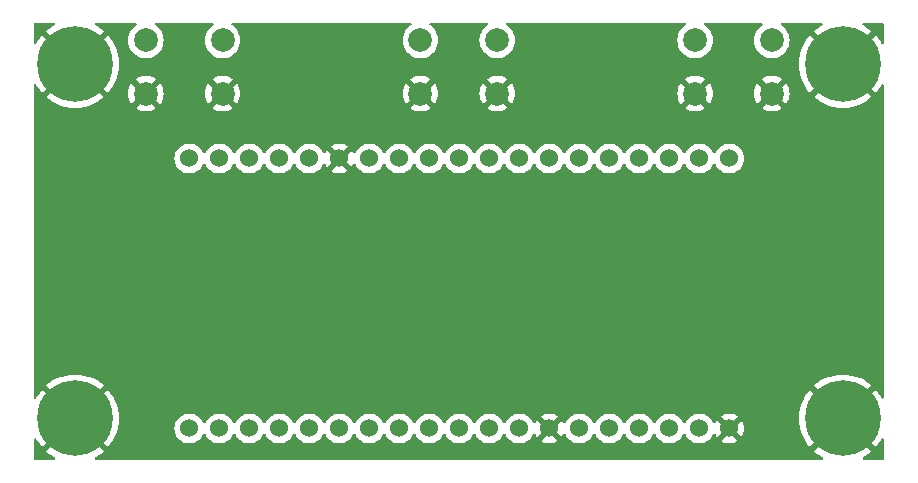
<source format=gbr>
%TF.GenerationSoftware,KiCad,Pcbnew,7.0.11+dfsg-1build4*%
%TF.CreationDate,2026-01-30T16:30:12+11:00*%
%TF.ProjectId,desk-controller,6465736b-2d63-46f6-9e74-726f6c6c6572,rev?*%
%TF.SameCoordinates,Original*%
%TF.FileFunction,Copper,L2,Bot*%
%TF.FilePolarity,Positive*%
%FSLAX46Y46*%
G04 Gerber Fmt 4.6, Leading zero omitted, Abs format (unit mm)*
G04 Created by KiCad (PCBNEW 7.0.11+dfsg-1build4) date 2026-01-30 16:30:12*
%MOMM*%
%LPD*%
G01*
G04 APERTURE LIST*
%TA.AperFunction,ComponentPad*%
%ADD10C,0.800000*%
%TD*%
%TA.AperFunction,ComponentPad*%
%ADD11C,6.400000*%
%TD*%
%TA.AperFunction,ComponentPad*%
%ADD12C,2.000000*%
%TD*%
%TA.AperFunction,ComponentPad*%
%ADD13C,1.524000*%
%TD*%
G04 APERTURE END LIST*
D10*
%TO.P,H3,1,1*%
%TO.N,GND*%
X101600000Y-104000000D03*
X102302944Y-102302944D03*
X102302944Y-105697056D03*
X104000000Y-101600000D03*
D11*
X104000000Y-104000000D03*
D10*
X104000000Y-106400000D03*
X105697056Y-102302944D03*
X105697056Y-105697056D03*
X106400000Y-104000000D03*
%TD*%
D12*
%TO.P,SW1,1,1*%
%TO.N,Net-(U1-IO21)*%
X156500000Y-102000000D03*
X163000000Y-102000000D03*
%TO.P,SW1,2,2*%
%TO.N,GND*%
X156500000Y-106500000D03*
X163000000Y-106500000D03*
%TD*%
%TO.P,SW3,1,1*%
%TO.N,Net-(U1-IO18)*%
X110000000Y-102000000D03*
X116500000Y-102000000D03*
%TO.P,SW3,2,2*%
%TO.N,GND*%
X110000000Y-106500000D03*
X116500000Y-106500000D03*
%TD*%
D10*
%TO.P,H4,1,1*%
%TO.N,GND*%
X166600000Y-134000000D03*
X167302944Y-132302944D03*
X167302944Y-135697056D03*
X169000000Y-131600000D03*
D11*
X169000000Y-134000000D03*
D10*
X169000000Y-136400000D03*
X170697056Y-132302944D03*
X170697056Y-135697056D03*
X171400000Y-134000000D03*
%TD*%
%TO.P,H2,1,1*%
%TO.N,GND*%
X101600000Y-134000000D03*
X102302944Y-132302944D03*
X102302944Y-135697056D03*
X104000000Y-131600000D03*
D11*
X104000000Y-134000000D03*
D10*
X104000000Y-136400000D03*
X105697056Y-132302944D03*
X105697056Y-135697056D03*
X106400000Y-134000000D03*
%TD*%
D13*
%TO.P,U1,1,3.3V*%
%TO.N,unconnected-(U1-3.3V-Pad1)*%
X159400000Y-112000000D03*
%TO.P,U1,2,EN*%
%TO.N,unconnected-(U1-EN-Pad2)*%
X156860000Y-112000000D03*
%TO.P,U1,3,SENSOR_VP*%
%TO.N,unconnected-(U1-SENSOR_VP-Pad3)*%
X154320000Y-112000000D03*
%TO.P,U1,4,SENSOR_VN*%
%TO.N,unconnected-(U1-SENSOR_VN-Pad4)*%
X151780000Y-112000000D03*
%TO.P,U1,5,IO34*%
%TO.N,unconnected-(U1-IO34-Pad5)*%
X149240000Y-112000000D03*
%TO.P,U1,6,IO35*%
%TO.N,unconnected-(U1-IO35-Pad6)*%
X146700000Y-112000000D03*
%TO.P,U1,7,IO32*%
%TO.N,unconnected-(U1-IO32-Pad7)*%
X144160000Y-112000000D03*
%TO.P,U1,8,IO33*%
%TO.N,unconnected-(U1-IO33-Pad8)*%
X141620000Y-112000000D03*
%TO.P,U1,9,IO25*%
%TO.N,unconnected-(U1-IO25-Pad9)*%
X139080000Y-112000000D03*
%TO.P,U1,10,IO26*%
%TO.N,unconnected-(U1-IO26-Pad10)*%
X136540000Y-112000000D03*
%TO.P,U1,11,IO27*%
%TO.N,unconnected-(U1-IO27-Pad11)*%
X134000000Y-112000000D03*
%TO.P,U1,12,IO14*%
%TO.N,unconnected-(U1-IO14-Pad12)*%
X131460000Y-112000000D03*
%TO.P,U1,13,IO12*%
%TO.N,unconnected-(U1-IO12-Pad13)*%
X128920000Y-112000000D03*
%TO.P,U1,14,GND*%
%TO.N,GND*%
X126380000Y-112000000D03*
%TO.P,U1,15,IO13*%
%TO.N,unconnected-(U1-IO13-Pad15)*%
X123840000Y-112000000D03*
%TO.P,U1,16,SD2*%
%TO.N,unconnected-(U1-SD2-Pad16)*%
X121300000Y-112000000D03*
%TO.P,U1,17,SD3*%
%TO.N,unconnected-(U1-SD3-Pad17)*%
X118760000Y-112000000D03*
%TO.P,U1,18,CMD*%
%TO.N,unconnected-(U1-CMD-Pad18)*%
X116220000Y-112000000D03*
%TO.P,U1,19,5V*%
%TO.N,Net-(U1-5V)*%
X113680000Y-112000000D03*
%TO.P,U1,20,GND*%
%TO.N,GND*%
X159400000Y-134860000D03*
%TO.P,U1,21,IO23*%
%TO.N,unconnected-(U1-IO23-Pad21)*%
X156860000Y-134860000D03*
%TO.P,U1,22,IO22*%
%TO.N,unconnected-(U1-IO22-Pad22)*%
X154320000Y-134860000D03*
%TO.P,U1,23,TXD0*%
%TO.N,unconnected-(U1-TXD0-Pad23)*%
X151780000Y-134860000D03*
%TO.P,U1,24,RXD0*%
%TO.N,unconnected-(U1-RXD0-Pad24)*%
X149240000Y-134860000D03*
%TO.P,U1,25,IO21*%
%TO.N,Net-(U1-IO21)*%
X146700000Y-134860000D03*
%TO.P,U1,26,GND*%
%TO.N,GND*%
X144160000Y-134860000D03*
%TO.P,U1,27,IO19*%
%TO.N,Net-(U1-IO19)*%
X141620000Y-134860000D03*
%TO.P,U1,28,IO18*%
%TO.N,Net-(U1-IO18)*%
X139080000Y-134860000D03*
%TO.P,U1,29,IO5*%
%TO.N,unconnected-(U1-IO5-Pad29)*%
X136540000Y-134860000D03*
%TO.P,U1,30,IO17*%
%TO.N,unconnected-(U1-IO17-Pad30)*%
X134000000Y-134860000D03*
%TO.P,U1,31,IO16*%
%TO.N,unconnected-(U1-IO16-Pad31)*%
X131460000Y-134860000D03*
%TO.P,U1,32,IO4*%
%TO.N,unconnected-(U1-IO4-Pad32)*%
X128920000Y-134860000D03*
%TO.P,U1,33,IO0*%
%TO.N,unconnected-(U1-IO0-Pad33)*%
X126380000Y-134860000D03*
%TO.P,U1,34,IO2*%
%TO.N,unconnected-(U1-IO2-Pad34)*%
X123840000Y-134860000D03*
%TO.P,U1,35,IO15*%
%TO.N,unconnected-(U1-IO15-Pad35)*%
X121300000Y-134860000D03*
%TO.P,U1,36,SD1*%
%TO.N,unconnected-(U1-SD1-Pad36)*%
X118760000Y-134860000D03*
%TO.P,U1,37,SD0*%
%TO.N,unconnected-(U1-SD0-Pad37)*%
X116220000Y-134860000D03*
%TO.P,U1,38,CLK*%
%TO.N,unconnected-(U1-CLK-Pad38)*%
X113680000Y-134860000D03*
%TD*%
D10*
%TO.P,H1,1,1*%
%TO.N,GND*%
X166600000Y-104000000D03*
X167302944Y-102302944D03*
X167302944Y-105697056D03*
X169000000Y-101600000D03*
D11*
X169000000Y-104000000D03*
D10*
X169000000Y-106400000D03*
X170697056Y-102302944D03*
X170697056Y-105697056D03*
X171400000Y-104000000D03*
%TD*%
D12*
%TO.P,SW2,1,1*%
%TO.N,Net-(U1-IO19)*%
X133250000Y-102000000D03*
X139750000Y-102000000D03*
%TO.P,SW2,2,2*%
%TO.N,GND*%
X133250000Y-106500000D03*
X139750000Y-106500000D03*
%TD*%
%TA.AperFunction,Conductor*%
%TO.N,GND*%
G36*
X102865130Y-135134870D02*
G01*
X103055819Y-135297733D01*
X101564648Y-136788903D01*
X101564649Y-136788904D01*
X101822206Y-136997468D01*
X102147456Y-137208689D01*
X102258001Y-137265015D01*
X102308797Y-137312990D01*
X102325592Y-137380811D01*
X102303055Y-137446945D01*
X102248340Y-137490397D01*
X102201706Y-137499500D01*
X100624500Y-137499500D01*
X100557461Y-137479815D01*
X100511706Y-137427011D01*
X100500500Y-137375500D01*
X100500500Y-135798293D01*
X100520185Y-135731254D01*
X100572989Y-135685499D01*
X100642147Y-135675555D01*
X100705703Y-135704580D01*
X100734985Y-135741999D01*
X100791307Y-135852538D01*
X100791308Y-135852541D01*
X101002531Y-136177793D01*
X101211095Y-136435350D01*
X101211096Y-136435350D01*
X102702266Y-134944180D01*
X102865130Y-135134870D01*
G37*
%TD.AperFunction*%
%TA.AperFunction,Conductor*%
G36*
X109195546Y-100520185D02*
G01*
X109241301Y-100572989D01*
X109251245Y-100642147D01*
X109222220Y-100705703D01*
X109187526Y-100733554D01*
X109184882Y-100734985D01*
X109176493Y-100739524D01*
X108980257Y-100892261D01*
X108811833Y-101075217D01*
X108675826Y-101283393D01*
X108575936Y-101511118D01*
X108514892Y-101752175D01*
X108514890Y-101752187D01*
X108494357Y-101999994D01*
X108494357Y-102000005D01*
X108514890Y-102247812D01*
X108514892Y-102247824D01*
X108575936Y-102488881D01*
X108675826Y-102716606D01*
X108811833Y-102924782D01*
X108811836Y-102924785D01*
X108980256Y-103107738D01*
X109176491Y-103260474D01*
X109395190Y-103378828D01*
X109630386Y-103459571D01*
X109875665Y-103500500D01*
X110124335Y-103500500D01*
X110369614Y-103459571D01*
X110604810Y-103378828D01*
X110823509Y-103260474D01*
X111019744Y-103107738D01*
X111188164Y-102924785D01*
X111324173Y-102716607D01*
X111424063Y-102488881D01*
X111485108Y-102247821D01*
X111488929Y-102201706D01*
X111505643Y-102000005D01*
X111505643Y-101999994D01*
X111485109Y-101752187D01*
X111485107Y-101752175D01*
X111424063Y-101511118D01*
X111324173Y-101283393D01*
X111188166Y-101075217D01*
X111166557Y-101051744D01*
X111019744Y-100892262D01*
X110823509Y-100739526D01*
X110823507Y-100739525D01*
X110823506Y-100739524D01*
X110815118Y-100734985D01*
X110812474Y-100733554D01*
X110762885Y-100684335D01*
X110747777Y-100616119D01*
X110771947Y-100550563D01*
X110827723Y-100508482D01*
X110871493Y-100500500D01*
X115628507Y-100500500D01*
X115695546Y-100520185D01*
X115741301Y-100572989D01*
X115751245Y-100642147D01*
X115722220Y-100705703D01*
X115687526Y-100733554D01*
X115684882Y-100734985D01*
X115676493Y-100739524D01*
X115480257Y-100892261D01*
X115311833Y-101075217D01*
X115175826Y-101283393D01*
X115075936Y-101511118D01*
X115014892Y-101752175D01*
X115014890Y-101752187D01*
X114994357Y-101999994D01*
X114994357Y-102000005D01*
X115014890Y-102247812D01*
X115014892Y-102247824D01*
X115075936Y-102488881D01*
X115175826Y-102716606D01*
X115311833Y-102924782D01*
X115311836Y-102924785D01*
X115480256Y-103107738D01*
X115676491Y-103260474D01*
X115895190Y-103378828D01*
X116130386Y-103459571D01*
X116375665Y-103500500D01*
X116624335Y-103500500D01*
X116869614Y-103459571D01*
X117104810Y-103378828D01*
X117323509Y-103260474D01*
X117519744Y-103107738D01*
X117688164Y-102924785D01*
X117824173Y-102716607D01*
X117924063Y-102488881D01*
X117985108Y-102247821D01*
X117988929Y-102201706D01*
X118005643Y-102000005D01*
X118005643Y-101999994D01*
X117985109Y-101752187D01*
X117985107Y-101752175D01*
X117924063Y-101511118D01*
X117824173Y-101283393D01*
X117688166Y-101075217D01*
X117666557Y-101051744D01*
X117519744Y-100892262D01*
X117323509Y-100739526D01*
X117323507Y-100739525D01*
X117323506Y-100739524D01*
X117315118Y-100734985D01*
X117312474Y-100733554D01*
X117262885Y-100684335D01*
X117247777Y-100616119D01*
X117271947Y-100550563D01*
X117327723Y-100508482D01*
X117371493Y-100500500D01*
X132378507Y-100500500D01*
X132445546Y-100520185D01*
X132491301Y-100572989D01*
X132501245Y-100642147D01*
X132472220Y-100705703D01*
X132437526Y-100733554D01*
X132434882Y-100734985D01*
X132426493Y-100739524D01*
X132230257Y-100892261D01*
X132061833Y-101075217D01*
X131925826Y-101283393D01*
X131825936Y-101511118D01*
X131764892Y-101752175D01*
X131764890Y-101752187D01*
X131744357Y-101999994D01*
X131744357Y-102000005D01*
X131764890Y-102247812D01*
X131764892Y-102247824D01*
X131825936Y-102488881D01*
X131925826Y-102716606D01*
X132061833Y-102924782D01*
X132061836Y-102924785D01*
X132230256Y-103107738D01*
X132426491Y-103260474D01*
X132645190Y-103378828D01*
X132880386Y-103459571D01*
X133125665Y-103500500D01*
X133374335Y-103500500D01*
X133619614Y-103459571D01*
X133854810Y-103378828D01*
X134073509Y-103260474D01*
X134269744Y-103107738D01*
X134438164Y-102924785D01*
X134574173Y-102716607D01*
X134674063Y-102488881D01*
X134735108Y-102247821D01*
X134738929Y-102201706D01*
X134755643Y-102000005D01*
X134755643Y-101999994D01*
X134735109Y-101752187D01*
X134735107Y-101752175D01*
X134674063Y-101511118D01*
X134574173Y-101283393D01*
X134438166Y-101075217D01*
X134416557Y-101051744D01*
X134269744Y-100892262D01*
X134073509Y-100739526D01*
X134073507Y-100739525D01*
X134073506Y-100739524D01*
X134065118Y-100734985D01*
X134062474Y-100733554D01*
X134012885Y-100684335D01*
X133997777Y-100616119D01*
X134021947Y-100550563D01*
X134077723Y-100508482D01*
X134121493Y-100500500D01*
X138878507Y-100500500D01*
X138945546Y-100520185D01*
X138991301Y-100572989D01*
X139001245Y-100642147D01*
X138972220Y-100705703D01*
X138937526Y-100733554D01*
X138934882Y-100734985D01*
X138926493Y-100739524D01*
X138730257Y-100892261D01*
X138561833Y-101075217D01*
X138425826Y-101283393D01*
X138325936Y-101511118D01*
X138264892Y-101752175D01*
X138264890Y-101752187D01*
X138244357Y-101999994D01*
X138244357Y-102000005D01*
X138264890Y-102247812D01*
X138264892Y-102247824D01*
X138325936Y-102488881D01*
X138425826Y-102716606D01*
X138561833Y-102924782D01*
X138561836Y-102924785D01*
X138730256Y-103107738D01*
X138926491Y-103260474D01*
X139145190Y-103378828D01*
X139380386Y-103459571D01*
X139625665Y-103500500D01*
X139874335Y-103500500D01*
X140119614Y-103459571D01*
X140354810Y-103378828D01*
X140573509Y-103260474D01*
X140769744Y-103107738D01*
X140938164Y-102924785D01*
X141074173Y-102716607D01*
X141174063Y-102488881D01*
X141235108Y-102247821D01*
X141238929Y-102201706D01*
X141255643Y-102000005D01*
X141255643Y-101999994D01*
X141235109Y-101752187D01*
X141235107Y-101752175D01*
X141174063Y-101511118D01*
X141074173Y-101283393D01*
X140938166Y-101075217D01*
X140916557Y-101051744D01*
X140769744Y-100892262D01*
X140573509Y-100739526D01*
X140573507Y-100739525D01*
X140573506Y-100739524D01*
X140565118Y-100734985D01*
X140562474Y-100733554D01*
X140512885Y-100684335D01*
X140497777Y-100616119D01*
X140521947Y-100550563D01*
X140577723Y-100508482D01*
X140621493Y-100500500D01*
X155628507Y-100500500D01*
X155695546Y-100520185D01*
X155741301Y-100572989D01*
X155751245Y-100642147D01*
X155722220Y-100705703D01*
X155687526Y-100733554D01*
X155684882Y-100734985D01*
X155676493Y-100739524D01*
X155480257Y-100892261D01*
X155311833Y-101075217D01*
X155175826Y-101283393D01*
X155075936Y-101511118D01*
X155014892Y-101752175D01*
X155014890Y-101752187D01*
X154994357Y-101999994D01*
X154994357Y-102000005D01*
X155014890Y-102247812D01*
X155014892Y-102247824D01*
X155075936Y-102488881D01*
X155175826Y-102716606D01*
X155311833Y-102924782D01*
X155311836Y-102924785D01*
X155480256Y-103107738D01*
X155676491Y-103260474D01*
X155895190Y-103378828D01*
X156130386Y-103459571D01*
X156375665Y-103500500D01*
X156624335Y-103500500D01*
X156869614Y-103459571D01*
X157104810Y-103378828D01*
X157323509Y-103260474D01*
X157519744Y-103107738D01*
X157688164Y-102924785D01*
X157824173Y-102716607D01*
X157924063Y-102488881D01*
X157985108Y-102247821D01*
X157988929Y-102201706D01*
X158005643Y-102000005D01*
X158005643Y-101999994D01*
X157985109Y-101752187D01*
X157985107Y-101752175D01*
X157924063Y-101511118D01*
X157824173Y-101283393D01*
X157688166Y-101075217D01*
X157666557Y-101051744D01*
X157519744Y-100892262D01*
X157323509Y-100739526D01*
X157323507Y-100739525D01*
X157323506Y-100739524D01*
X157315118Y-100734985D01*
X157312474Y-100733554D01*
X157262885Y-100684335D01*
X157247777Y-100616119D01*
X157271947Y-100550563D01*
X157327723Y-100508482D01*
X157371493Y-100500500D01*
X162128507Y-100500500D01*
X162195546Y-100520185D01*
X162241301Y-100572989D01*
X162251245Y-100642147D01*
X162222220Y-100705703D01*
X162187526Y-100733554D01*
X162184882Y-100734985D01*
X162176493Y-100739524D01*
X161980257Y-100892261D01*
X161811833Y-101075217D01*
X161675826Y-101283393D01*
X161575936Y-101511118D01*
X161514892Y-101752175D01*
X161514890Y-101752187D01*
X161494357Y-101999994D01*
X161494357Y-102000005D01*
X161514890Y-102247812D01*
X161514892Y-102247824D01*
X161575936Y-102488881D01*
X161675826Y-102716606D01*
X161811833Y-102924782D01*
X161811836Y-102924785D01*
X161980256Y-103107738D01*
X162176491Y-103260474D01*
X162395190Y-103378828D01*
X162630386Y-103459571D01*
X162875665Y-103500500D01*
X163124335Y-103500500D01*
X163369614Y-103459571D01*
X163604810Y-103378828D01*
X163823509Y-103260474D01*
X164019744Y-103107738D01*
X164188164Y-102924785D01*
X164324173Y-102716607D01*
X164424063Y-102488881D01*
X164485108Y-102247821D01*
X164488929Y-102201706D01*
X164505643Y-102000005D01*
X164505643Y-101999994D01*
X164485109Y-101752187D01*
X164485107Y-101752175D01*
X164424063Y-101511118D01*
X164324173Y-101283393D01*
X164188166Y-101075217D01*
X164166557Y-101051744D01*
X164019744Y-100892262D01*
X163823509Y-100739526D01*
X163823507Y-100739525D01*
X163823506Y-100739524D01*
X163815118Y-100734985D01*
X163812474Y-100733554D01*
X163762885Y-100684335D01*
X163747777Y-100616119D01*
X163771947Y-100550563D01*
X163827723Y-100508482D01*
X163871493Y-100500500D01*
X167201706Y-100500500D01*
X167268745Y-100520185D01*
X167314500Y-100572989D01*
X167324444Y-100642147D01*
X167295419Y-100705703D01*
X167258001Y-100734985D01*
X167147456Y-100791310D01*
X166822206Y-101002531D01*
X166564648Y-101211095D01*
X166564648Y-101211096D01*
X168055819Y-102702266D01*
X167865130Y-102865130D01*
X167702266Y-103055818D01*
X166211096Y-101564648D01*
X166211095Y-101564648D01*
X166002531Y-101822206D01*
X165791310Y-102147456D01*
X165615244Y-102493005D01*
X165476262Y-102855063D01*
X165375887Y-103229669D01*
X165375886Y-103229676D01*
X165315219Y-103612712D01*
X165294922Y-103999999D01*
X165294922Y-104000000D01*
X165315219Y-104387287D01*
X165375886Y-104770323D01*
X165375887Y-104770330D01*
X165476262Y-105144936D01*
X165615244Y-105506994D01*
X165791310Y-105852543D01*
X166002531Y-106177793D01*
X166211095Y-106435350D01*
X166211096Y-106435350D01*
X167702266Y-104944180D01*
X167865130Y-105134870D01*
X168055819Y-105297733D01*
X166564648Y-106788903D01*
X166564649Y-106788904D01*
X166822206Y-106997468D01*
X167147456Y-107208689D01*
X167493005Y-107384755D01*
X167855063Y-107523737D01*
X168229669Y-107624112D01*
X168229676Y-107624113D01*
X168612712Y-107684780D01*
X168999999Y-107705078D01*
X169000001Y-107705078D01*
X169387287Y-107684780D01*
X169770323Y-107624113D01*
X169770330Y-107624112D01*
X170144936Y-107523737D01*
X170506994Y-107384755D01*
X170852543Y-107208689D01*
X171177783Y-106997476D01*
X171177785Y-106997475D01*
X171435349Y-106788902D01*
X169944180Y-105297733D01*
X170134870Y-105134870D01*
X170297733Y-104944180D01*
X171788902Y-106435349D01*
X171997475Y-106177785D01*
X171997476Y-106177783D01*
X172208691Y-105852541D01*
X172208692Y-105852538D01*
X172265015Y-105741999D01*
X172312989Y-105691202D01*
X172380810Y-105674407D01*
X172446945Y-105696944D01*
X172490397Y-105751659D01*
X172499500Y-105798293D01*
X172499500Y-132201706D01*
X172479815Y-132268745D01*
X172427011Y-132314500D01*
X172357853Y-132324444D01*
X172294297Y-132295419D01*
X172265015Y-132258001D01*
X172208689Y-132147456D01*
X171997468Y-131822206D01*
X171788904Y-131564649D01*
X171788903Y-131564648D01*
X170297732Y-133055818D01*
X170134870Y-132865130D01*
X169944180Y-132702266D01*
X171435350Y-131211096D01*
X171435350Y-131211095D01*
X171177793Y-131002531D01*
X170852543Y-130791310D01*
X170506994Y-130615244D01*
X170144936Y-130476262D01*
X169770330Y-130375887D01*
X169770323Y-130375886D01*
X169387287Y-130315219D01*
X169000001Y-130294922D01*
X168999999Y-130294922D01*
X168612712Y-130315219D01*
X168229676Y-130375886D01*
X168229669Y-130375887D01*
X167855063Y-130476262D01*
X167493005Y-130615244D01*
X167147456Y-130791310D01*
X166822206Y-131002531D01*
X166564648Y-131211095D01*
X166564648Y-131211096D01*
X168055819Y-132702266D01*
X167865130Y-132865130D01*
X167702266Y-133055818D01*
X166211096Y-131564648D01*
X166211095Y-131564648D01*
X166002531Y-131822206D01*
X165791310Y-132147456D01*
X165615244Y-132493005D01*
X165476262Y-132855063D01*
X165375887Y-133229669D01*
X165375886Y-133229676D01*
X165315219Y-133612712D01*
X165294922Y-133999999D01*
X165294922Y-134000000D01*
X165315219Y-134387287D01*
X165375886Y-134770323D01*
X165375887Y-134770330D01*
X165476262Y-135144936D01*
X165615244Y-135506994D01*
X165791310Y-135852543D01*
X166002531Y-136177793D01*
X166211095Y-136435350D01*
X166211096Y-136435350D01*
X167702266Y-134944180D01*
X167865130Y-135134870D01*
X168055819Y-135297733D01*
X166564648Y-136788903D01*
X166564649Y-136788904D01*
X166822206Y-136997468D01*
X167147456Y-137208689D01*
X167258001Y-137265015D01*
X167308797Y-137312990D01*
X167325592Y-137380811D01*
X167303055Y-137446945D01*
X167248340Y-137490397D01*
X167201706Y-137499500D01*
X105798294Y-137499500D01*
X105731255Y-137479815D01*
X105685500Y-137427011D01*
X105675556Y-137357853D01*
X105704581Y-137294297D01*
X105741999Y-137265015D01*
X105852543Y-137208689D01*
X106177783Y-136997476D01*
X106177785Y-136997475D01*
X106435349Y-136788902D01*
X104944180Y-135297733D01*
X105134870Y-135134870D01*
X105297733Y-134944180D01*
X106788902Y-136435349D01*
X106997475Y-136177785D01*
X106997476Y-136177783D01*
X107208689Y-135852543D01*
X107384755Y-135506994D01*
X107523737Y-135144936D01*
X107600085Y-134860002D01*
X112412677Y-134860002D01*
X112431929Y-135080062D01*
X112431930Y-135080070D01*
X112489104Y-135293445D01*
X112489105Y-135293447D01*
X112489106Y-135293450D01*
X112522106Y-135364218D01*
X112582466Y-135493662D01*
X112582468Y-135493666D01*
X112709170Y-135674615D01*
X112709175Y-135674621D01*
X112865378Y-135830824D01*
X112865384Y-135830829D01*
X113046333Y-135957531D01*
X113046335Y-135957532D01*
X113046338Y-135957534D01*
X113246550Y-136050894D01*
X113459932Y-136108070D01*
X113617123Y-136121822D01*
X113679998Y-136127323D01*
X113680000Y-136127323D01*
X113680002Y-136127323D01*
X113735017Y-136122509D01*
X113900068Y-136108070D01*
X114113450Y-136050894D01*
X114313662Y-135957534D01*
X114494620Y-135830826D01*
X114650826Y-135674620D01*
X114777534Y-135493662D01*
X114837618Y-135364811D01*
X114883790Y-135312371D01*
X114950983Y-135293219D01*
X115017865Y-135313435D01*
X115062382Y-135364811D01*
X115122464Y-135493658D01*
X115122468Y-135493666D01*
X115249170Y-135674615D01*
X115249175Y-135674621D01*
X115405378Y-135830824D01*
X115405384Y-135830829D01*
X115586333Y-135957531D01*
X115586335Y-135957532D01*
X115586338Y-135957534D01*
X115786550Y-136050894D01*
X115999932Y-136108070D01*
X116157123Y-136121822D01*
X116219998Y-136127323D01*
X116220000Y-136127323D01*
X116220002Y-136127323D01*
X116275017Y-136122509D01*
X116440068Y-136108070D01*
X116653450Y-136050894D01*
X116853662Y-135957534D01*
X117034620Y-135830826D01*
X117190826Y-135674620D01*
X117317534Y-135493662D01*
X117377618Y-135364811D01*
X117423790Y-135312371D01*
X117490983Y-135293219D01*
X117557865Y-135313435D01*
X117602382Y-135364811D01*
X117662464Y-135493658D01*
X117662468Y-135493666D01*
X117789170Y-135674615D01*
X117789175Y-135674621D01*
X117945378Y-135830824D01*
X117945384Y-135830829D01*
X118126333Y-135957531D01*
X118126335Y-135957532D01*
X118126338Y-135957534D01*
X118326550Y-136050894D01*
X118539932Y-136108070D01*
X118697123Y-136121822D01*
X118759998Y-136127323D01*
X118760000Y-136127323D01*
X118760002Y-136127323D01*
X118815017Y-136122509D01*
X118980068Y-136108070D01*
X119193450Y-136050894D01*
X119393662Y-135957534D01*
X119574620Y-135830826D01*
X119730826Y-135674620D01*
X119857534Y-135493662D01*
X119917618Y-135364811D01*
X119963790Y-135312371D01*
X120030983Y-135293219D01*
X120097865Y-135313435D01*
X120142382Y-135364811D01*
X120202464Y-135493658D01*
X120202468Y-135493666D01*
X120329170Y-135674615D01*
X120329175Y-135674621D01*
X120485378Y-135830824D01*
X120485384Y-135830829D01*
X120666333Y-135957531D01*
X120666335Y-135957532D01*
X120666338Y-135957534D01*
X120866550Y-136050894D01*
X121079932Y-136108070D01*
X121237123Y-136121822D01*
X121299998Y-136127323D01*
X121300000Y-136127323D01*
X121300002Y-136127323D01*
X121355017Y-136122509D01*
X121520068Y-136108070D01*
X121733450Y-136050894D01*
X121933662Y-135957534D01*
X122114620Y-135830826D01*
X122270826Y-135674620D01*
X122397534Y-135493662D01*
X122457618Y-135364811D01*
X122503790Y-135312371D01*
X122570983Y-135293219D01*
X122637865Y-135313435D01*
X122682382Y-135364811D01*
X122742464Y-135493658D01*
X122742468Y-135493666D01*
X122869170Y-135674615D01*
X122869175Y-135674621D01*
X123025378Y-135830824D01*
X123025384Y-135830829D01*
X123206333Y-135957531D01*
X123206335Y-135957532D01*
X123206338Y-135957534D01*
X123406550Y-136050894D01*
X123619932Y-136108070D01*
X123777123Y-136121822D01*
X123839998Y-136127323D01*
X123840000Y-136127323D01*
X123840002Y-136127323D01*
X123895017Y-136122509D01*
X124060068Y-136108070D01*
X124273450Y-136050894D01*
X124473662Y-135957534D01*
X124654620Y-135830826D01*
X124810826Y-135674620D01*
X124937534Y-135493662D01*
X124997618Y-135364811D01*
X125043790Y-135312371D01*
X125110983Y-135293219D01*
X125177865Y-135313435D01*
X125222382Y-135364811D01*
X125282464Y-135493658D01*
X125282468Y-135493666D01*
X125409170Y-135674615D01*
X125409175Y-135674621D01*
X125565378Y-135830824D01*
X125565384Y-135830829D01*
X125746333Y-135957531D01*
X125746335Y-135957532D01*
X125746338Y-135957534D01*
X125946550Y-136050894D01*
X126159932Y-136108070D01*
X126317123Y-136121822D01*
X126379998Y-136127323D01*
X126380000Y-136127323D01*
X126380002Y-136127323D01*
X126435017Y-136122509D01*
X126600068Y-136108070D01*
X126813450Y-136050894D01*
X127013662Y-135957534D01*
X127194620Y-135830826D01*
X127350826Y-135674620D01*
X127477534Y-135493662D01*
X127537618Y-135364811D01*
X127583790Y-135312371D01*
X127650983Y-135293219D01*
X127717865Y-135313435D01*
X127762382Y-135364811D01*
X127822464Y-135493658D01*
X127822468Y-135493666D01*
X127949170Y-135674615D01*
X127949175Y-135674621D01*
X128105378Y-135830824D01*
X128105384Y-135830829D01*
X128286333Y-135957531D01*
X128286335Y-135957532D01*
X128286338Y-135957534D01*
X128486550Y-136050894D01*
X128699932Y-136108070D01*
X128857123Y-136121822D01*
X128919998Y-136127323D01*
X128920000Y-136127323D01*
X128920002Y-136127323D01*
X128975017Y-136122509D01*
X129140068Y-136108070D01*
X129353450Y-136050894D01*
X129553662Y-135957534D01*
X129734620Y-135830826D01*
X129890826Y-135674620D01*
X130017534Y-135493662D01*
X130077618Y-135364811D01*
X130123790Y-135312371D01*
X130190983Y-135293219D01*
X130257865Y-135313435D01*
X130302382Y-135364811D01*
X130362464Y-135493658D01*
X130362468Y-135493666D01*
X130489170Y-135674615D01*
X130489175Y-135674621D01*
X130645378Y-135830824D01*
X130645384Y-135830829D01*
X130826333Y-135957531D01*
X130826335Y-135957532D01*
X130826338Y-135957534D01*
X131026550Y-136050894D01*
X131239932Y-136108070D01*
X131397123Y-136121822D01*
X131459998Y-136127323D01*
X131460000Y-136127323D01*
X131460002Y-136127323D01*
X131515017Y-136122509D01*
X131680068Y-136108070D01*
X131893450Y-136050894D01*
X132093662Y-135957534D01*
X132274620Y-135830826D01*
X132430826Y-135674620D01*
X132557534Y-135493662D01*
X132617618Y-135364811D01*
X132663790Y-135312371D01*
X132730983Y-135293219D01*
X132797865Y-135313435D01*
X132842382Y-135364811D01*
X132902464Y-135493658D01*
X132902468Y-135493666D01*
X133029170Y-135674615D01*
X133029175Y-135674621D01*
X133185378Y-135830824D01*
X133185384Y-135830829D01*
X133366333Y-135957531D01*
X133366335Y-135957532D01*
X133366338Y-135957534D01*
X133566550Y-136050894D01*
X133779932Y-136108070D01*
X133937123Y-136121822D01*
X133999998Y-136127323D01*
X134000000Y-136127323D01*
X134000002Y-136127323D01*
X134055017Y-136122509D01*
X134220068Y-136108070D01*
X134433450Y-136050894D01*
X134633662Y-135957534D01*
X134814620Y-135830826D01*
X134970826Y-135674620D01*
X135097534Y-135493662D01*
X135157618Y-135364811D01*
X135203790Y-135312371D01*
X135270983Y-135293219D01*
X135337865Y-135313435D01*
X135382382Y-135364811D01*
X135442464Y-135493658D01*
X135442468Y-135493666D01*
X135569170Y-135674615D01*
X135569175Y-135674621D01*
X135725378Y-135830824D01*
X135725384Y-135830829D01*
X135906333Y-135957531D01*
X135906335Y-135957532D01*
X135906338Y-135957534D01*
X136106550Y-136050894D01*
X136319932Y-136108070D01*
X136477123Y-136121822D01*
X136539998Y-136127323D01*
X136540000Y-136127323D01*
X136540002Y-136127323D01*
X136595017Y-136122509D01*
X136760068Y-136108070D01*
X136973450Y-136050894D01*
X137173662Y-135957534D01*
X137354620Y-135830826D01*
X137510826Y-135674620D01*
X137637534Y-135493662D01*
X137697618Y-135364811D01*
X137743790Y-135312371D01*
X137810983Y-135293219D01*
X137877865Y-135313435D01*
X137922382Y-135364811D01*
X137982464Y-135493658D01*
X137982468Y-135493666D01*
X138109170Y-135674615D01*
X138109175Y-135674621D01*
X138265378Y-135830824D01*
X138265384Y-135830829D01*
X138446333Y-135957531D01*
X138446335Y-135957532D01*
X138446338Y-135957534D01*
X138646550Y-136050894D01*
X138859932Y-136108070D01*
X139017123Y-136121822D01*
X139079998Y-136127323D01*
X139080000Y-136127323D01*
X139080002Y-136127323D01*
X139135017Y-136122509D01*
X139300068Y-136108070D01*
X139513450Y-136050894D01*
X139713662Y-135957534D01*
X139894620Y-135830826D01*
X140050826Y-135674620D01*
X140177534Y-135493662D01*
X140237618Y-135364811D01*
X140283790Y-135312371D01*
X140350983Y-135293219D01*
X140417865Y-135313435D01*
X140462382Y-135364811D01*
X140522464Y-135493658D01*
X140522468Y-135493666D01*
X140649170Y-135674615D01*
X140649175Y-135674621D01*
X140805378Y-135830824D01*
X140805384Y-135830829D01*
X140986333Y-135957531D01*
X140986335Y-135957532D01*
X140986338Y-135957534D01*
X141186550Y-136050894D01*
X141399932Y-136108070D01*
X141557123Y-136121822D01*
X141619998Y-136127323D01*
X141620000Y-136127323D01*
X141620002Y-136127323D01*
X141675017Y-136122509D01*
X141840068Y-136108070D01*
X142053450Y-136050894D01*
X142253662Y-135957534D01*
X142434620Y-135830826D01*
X142590826Y-135674620D01*
X142717534Y-135493662D01*
X142777894Y-135364218D01*
X142824066Y-135311779D01*
X142891259Y-135292627D01*
X142958141Y-135312843D01*
X143002658Y-135364219D01*
X143062898Y-135493405D01*
X143062901Y-135493411D01*
X143108258Y-135558187D01*
X143108259Y-135558188D01*
X143775096Y-134891350D01*
X143775051Y-134891898D01*
X143806266Y-135015162D01*
X143875813Y-135121612D01*
X143976157Y-135199713D01*
X144096422Y-135241000D01*
X144132553Y-135241000D01*
X143461810Y-135911740D01*
X143526590Y-135957099D01*
X143526592Y-135957100D01*
X143726715Y-136050419D01*
X143726729Y-136050424D01*
X143940013Y-136107573D01*
X143940023Y-136107575D01*
X144159999Y-136126821D01*
X144160001Y-136126821D01*
X144379976Y-136107575D01*
X144379986Y-136107573D01*
X144593270Y-136050424D01*
X144593284Y-136050419D01*
X144793407Y-135957100D01*
X144793417Y-135957094D01*
X144858188Y-135911741D01*
X144187448Y-135241000D01*
X144191569Y-135241000D01*
X144285421Y-135225339D01*
X144397251Y-135164820D01*
X144483371Y-135071269D01*
X144534448Y-134954823D01*
X144540105Y-134886552D01*
X145211741Y-135558188D01*
X145257094Y-135493417D01*
X145257095Y-135493416D01*
X145317340Y-135364219D01*
X145363512Y-135311780D01*
X145430706Y-135292627D01*
X145497587Y-135312842D01*
X145542105Y-135364218D01*
X145602466Y-135493662D01*
X145602468Y-135493666D01*
X145729170Y-135674615D01*
X145729175Y-135674621D01*
X145885378Y-135830824D01*
X145885384Y-135830829D01*
X146066333Y-135957531D01*
X146066335Y-135957532D01*
X146066338Y-135957534D01*
X146266550Y-136050894D01*
X146479932Y-136108070D01*
X146637123Y-136121822D01*
X146699998Y-136127323D01*
X146700000Y-136127323D01*
X146700002Y-136127323D01*
X146755017Y-136122509D01*
X146920068Y-136108070D01*
X147133450Y-136050894D01*
X147333662Y-135957534D01*
X147514620Y-135830826D01*
X147670826Y-135674620D01*
X147797534Y-135493662D01*
X147857618Y-135364811D01*
X147903790Y-135312371D01*
X147970983Y-135293219D01*
X148037865Y-135313435D01*
X148082382Y-135364811D01*
X148142464Y-135493658D01*
X148142468Y-135493666D01*
X148269170Y-135674615D01*
X148269175Y-135674621D01*
X148425378Y-135830824D01*
X148425384Y-135830829D01*
X148606333Y-135957531D01*
X148606335Y-135957532D01*
X148606338Y-135957534D01*
X148806550Y-136050894D01*
X149019932Y-136108070D01*
X149177123Y-136121822D01*
X149239998Y-136127323D01*
X149240000Y-136127323D01*
X149240002Y-136127323D01*
X149295017Y-136122509D01*
X149460068Y-136108070D01*
X149673450Y-136050894D01*
X149873662Y-135957534D01*
X150054620Y-135830826D01*
X150210826Y-135674620D01*
X150337534Y-135493662D01*
X150397618Y-135364811D01*
X150443790Y-135312371D01*
X150510983Y-135293219D01*
X150577865Y-135313435D01*
X150622382Y-135364811D01*
X150682464Y-135493658D01*
X150682468Y-135493666D01*
X150809170Y-135674615D01*
X150809175Y-135674621D01*
X150965378Y-135830824D01*
X150965384Y-135830829D01*
X151146333Y-135957531D01*
X151146335Y-135957532D01*
X151146338Y-135957534D01*
X151346550Y-136050894D01*
X151559932Y-136108070D01*
X151717123Y-136121822D01*
X151779998Y-136127323D01*
X151780000Y-136127323D01*
X151780002Y-136127323D01*
X151835017Y-136122509D01*
X152000068Y-136108070D01*
X152213450Y-136050894D01*
X152413662Y-135957534D01*
X152594620Y-135830826D01*
X152750826Y-135674620D01*
X152877534Y-135493662D01*
X152937618Y-135364811D01*
X152983790Y-135312371D01*
X153050983Y-135293219D01*
X153117865Y-135313435D01*
X153162382Y-135364811D01*
X153222464Y-135493658D01*
X153222468Y-135493666D01*
X153349170Y-135674615D01*
X153349175Y-135674621D01*
X153505378Y-135830824D01*
X153505384Y-135830829D01*
X153686333Y-135957531D01*
X153686335Y-135957532D01*
X153686338Y-135957534D01*
X153886550Y-136050894D01*
X154099932Y-136108070D01*
X154257123Y-136121822D01*
X154319998Y-136127323D01*
X154320000Y-136127323D01*
X154320002Y-136127323D01*
X154375017Y-136122509D01*
X154540068Y-136108070D01*
X154753450Y-136050894D01*
X154953662Y-135957534D01*
X155134620Y-135830826D01*
X155290826Y-135674620D01*
X155417534Y-135493662D01*
X155477618Y-135364811D01*
X155523790Y-135312371D01*
X155590983Y-135293219D01*
X155657865Y-135313435D01*
X155702382Y-135364811D01*
X155762464Y-135493658D01*
X155762468Y-135493666D01*
X155889170Y-135674615D01*
X155889175Y-135674621D01*
X156045378Y-135830824D01*
X156045384Y-135830829D01*
X156226333Y-135957531D01*
X156226335Y-135957532D01*
X156226338Y-135957534D01*
X156426550Y-136050894D01*
X156639932Y-136108070D01*
X156797123Y-136121822D01*
X156859998Y-136127323D01*
X156860000Y-136127323D01*
X156860002Y-136127323D01*
X156915017Y-136122509D01*
X157080068Y-136108070D01*
X157293450Y-136050894D01*
X157493662Y-135957534D01*
X157674620Y-135830826D01*
X157830826Y-135674620D01*
X157957534Y-135493662D01*
X158017894Y-135364218D01*
X158064066Y-135311779D01*
X158131259Y-135292627D01*
X158198141Y-135312843D01*
X158242658Y-135364219D01*
X158302898Y-135493405D01*
X158302901Y-135493411D01*
X158348258Y-135558187D01*
X158348259Y-135558188D01*
X159015096Y-134891350D01*
X159015051Y-134891898D01*
X159046266Y-135015162D01*
X159115813Y-135121612D01*
X159216157Y-135199713D01*
X159336422Y-135241000D01*
X159372553Y-135241000D01*
X158701810Y-135911740D01*
X158766590Y-135957099D01*
X158766592Y-135957100D01*
X158966715Y-136050419D01*
X158966729Y-136050424D01*
X159180013Y-136107573D01*
X159180023Y-136107575D01*
X159399999Y-136126821D01*
X159400001Y-136126821D01*
X159619976Y-136107575D01*
X159619986Y-136107573D01*
X159833270Y-136050424D01*
X159833284Y-136050419D01*
X160033407Y-135957100D01*
X160033417Y-135957094D01*
X160098188Y-135911741D01*
X159427448Y-135241000D01*
X159431569Y-135241000D01*
X159525421Y-135225339D01*
X159637251Y-135164820D01*
X159723371Y-135071269D01*
X159774448Y-134954823D01*
X159780105Y-134886552D01*
X160451741Y-135558188D01*
X160497094Y-135493417D01*
X160497100Y-135493407D01*
X160590419Y-135293284D01*
X160590424Y-135293270D01*
X160647573Y-135079986D01*
X160647575Y-135079976D01*
X160666821Y-134860000D01*
X160666821Y-134859999D01*
X160647575Y-134640023D01*
X160647573Y-134640013D01*
X160590424Y-134426729D01*
X160590420Y-134426720D01*
X160497096Y-134226586D01*
X160451741Y-134161811D01*
X160451740Y-134161810D01*
X159784903Y-134828648D01*
X159784949Y-134828102D01*
X159753734Y-134704838D01*
X159684187Y-134598388D01*
X159583843Y-134520287D01*
X159463578Y-134479000D01*
X159427448Y-134479000D01*
X160098188Y-133808259D01*
X160098187Y-133808258D01*
X160033411Y-133762901D01*
X160033405Y-133762898D01*
X159833284Y-133669580D01*
X159833270Y-133669575D01*
X159619986Y-133612426D01*
X159619976Y-133612424D01*
X159400001Y-133593179D01*
X159399999Y-133593179D01*
X159180023Y-133612424D01*
X159180013Y-133612426D01*
X158966729Y-133669575D01*
X158966720Y-133669579D01*
X158766590Y-133762901D01*
X158701811Y-133808258D01*
X159372553Y-134479000D01*
X159368431Y-134479000D01*
X159274579Y-134494661D01*
X159162749Y-134555180D01*
X159076629Y-134648731D01*
X159025552Y-134765177D01*
X159019894Y-134833447D01*
X158348258Y-134161811D01*
X158302901Y-134226590D01*
X158242658Y-134355781D01*
X158196485Y-134408220D01*
X158129292Y-134427372D01*
X158062411Y-134407156D01*
X158017894Y-134355781D01*
X158002906Y-134323639D01*
X157957534Y-134226339D01*
X157830826Y-134045380D01*
X157674620Y-133889174D01*
X157674616Y-133889171D01*
X157674615Y-133889170D01*
X157493666Y-133762468D01*
X157493662Y-133762466D01*
X157464636Y-133748931D01*
X157293450Y-133669106D01*
X157293447Y-133669105D01*
X157293445Y-133669104D01*
X157080070Y-133611930D01*
X157080062Y-133611929D01*
X156860002Y-133592677D01*
X156859998Y-133592677D01*
X156639937Y-133611929D01*
X156639929Y-133611930D01*
X156426554Y-133669104D01*
X156426548Y-133669107D01*
X156226340Y-133762465D01*
X156226338Y-133762466D01*
X156045377Y-133889175D01*
X155889175Y-134045377D01*
X155762466Y-134226338D01*
X155762465Y-134226340D01*
X155702382Y-134355189D01*
X155656209Y-134407628D01*
X155589016Y-134426780D01*
X155522135Y-134406564D01*
X155477618Y-134355189D01*
X155459059Y-134315390D01*
X155417534Y-134226339D01*
X155290826Y-134045380D01*
X155134620Y-133889174D01*
X155134616Y-133889171D01*
X155134615Y-133889170D01*
X154953666Y-133762468D01*
X154953662Y-133762466D01*
X154924636Y-133748931D01*
X154753450Y-133669106D01*
X154753447Y-133669105D01*
X154753445Y-133669104D01*
X154540070Y-133611930D01*
X154540062Y-133611929D01*
X154320002Y-133592677D01*
X154319998Y-133592677D01*
X154099937Y-133611929D01*
X154099929Y-133611930D01*
X153886554Y-133669104D01*
X153886548Y-133669107D01*
X153686340Y-133762465D01*
X153686338Y-133762466D01*
X153505377Y-133889175D01*
X153349175Y-134045377D01*
X153222466Y-134226338D01*
X153222465Y-134226340D01*
X153162382Y-134355189D01*
X153116209Y-134407628D01*
X153049016Y-134426780D01*
X152982135Y-134406564D01*
X152937618Y-134355189D01*
X152919059Y-134315390D01*
X152877534Y-134226339D01*
X152750826Y-134045380D01*
X152594620Y-133889174D01*
X152594616Y-133889171D01*
X152594615Y-133889170D01*
X152413666Y-133762468D01*
X152413662Y-133762466D01*
X152384636Y-133748931D01*
X152213450Y-133669106D01*
X152213447Y-133669105D01*
X152213445Y-133669104D01*
X152000070Y-133611930D01*
X152000062Y-133611929D01*
X151780002Y-133592677D01*
X151779998Y-133592677D01*
X151559937Y-133611929D01*
X151559929Y-133611930D01*
X151346554Y-133669104D01*
X151346548Y-133669107D01*
X151146340Y-133762465D01*
X151146338Y-133762466D01*
X150965377Y-133889175D01*
X150809175Y-134045377D01*
X150682466Y-134226338D01*
X150682465Y-134226340D01*
X150622382Y-134355189D01*
X150576209Y-134407628D01*
X150509016Y-134426780D01*
X150442135Y-134406564D01*
X150397618Y-134355189D01*
X150379059Y-134315390D01*
X150337534Y-134226339D01*
X150210826Y-134045380D01*
X150054620Y-133889174D01*
X150054616Y-133889171D01*
X150054615Y-133889170D01*
X149873666Y-133762468D01*
X149873662Y-133762466D01*
X149844636Y-133748931D01*
X149673450Y-133669106D01*
X149673447Y-133669105D01*
X149673445Y-133669104D01*
X149460070Y-133611930D01*
X149460062Y-133611929D01*
X149240002Y-133592677D01*
X149239998Y-133592677D01*
X149019937Y-133611929D01*
X149019929Y-133611930D01*
X148806554Y-133669104D01*
X148806548Y-133669107D01*
X148606340Y-133762465D01*
X148606338Y-133762466D01*
X148425377Y-133889175D01*
X148269175Y-134045377D01*
X148142466Y-134226338D01*
X148142465Y-134226340D01*
X148082382Y-134355189D01*
X148036209Y-134407628D01*
X147969016Y-134426780D01*
X147902135Y-134406564D01*
X147857618Y-134355189D01*
X147839059Y-134315390D01*
X147797534Y-134226339D01*
X147670826Y-134045380D01*
X147514620Y-133889174D01*
X147514616Y-133889171D01*
X147514615Y-133889170D01*
X147333666Y-133762468D01*
X147333662Y-133762466D01*
X147304636Y-133748931D01*
X147133450Y-133669106D01*
X147133447Y-133669105D01*
X147133445Y-133669104D01*
X146920070Y-133611930D01*
X146920062Y-133611929D01*
X146700002Y-133592677D01*
X146699998Y-133592677D01*
X146479937Y-133611929D01*
X146479929Y-133611930D01*
X146266554Y-133669104D01*
X146266548Y-133669107D01*
X146066340Y-133762465D01*
X146066338Y-133762466D01*
X145885377Y-133889175D01*
X145729175Y-134045377D01*
X145602467Y-134226337D01*
X145542105Y-134355782D01*
X145495932Y-134408221D01*
X145428738Y-134427372D01*
X145361857Y-134407156D01*
X145317341Y-134355780D01*
X145257098Y-134226589D01*
X145257097Y-134226587D01*
X145211741Y-134161811D01*
X145211740Y-134161810D01*
X144544903Y-134828648D01*
X144544949Y-134828102D01*
X144513734Y-134704838D01*
X144444187Y-134598388D01*
X144343843Y-134520287D01*
X144223578Y-134479000D01*
X144187448Y-134479000D01*
X144858188Y-133808259D01*
X144858187Y-133808258D01*
X144793411Y-133762901D01*
X144793405Y-133762898D01*
X144593284Y-133669580D01*
X144593270Y-133669575D01*
X144379986Y-133612426D01*
X144379976Y-133612424D01*
X144160001Y-133593179D01*
X144159999Y-133593179D01*
X143940023Y-133612424D01*
X143940013Y-133612426D01*
X143726729Y-133669575D01*
X143726720Y-133669579D01*
X143526590Y-133762901D01*
X143461811Y-133808258D01*
X144132553Y-134479000D01*
X144128431Y-134479000D01*
X144034579Y-134494661D01*
X143922749Y-134555180D01*
X143836629Y-134648731D01*
X143785552Y-134765177D01*
X143779894Y-134833447D01*
X143108258Y-134161811D01*
X143062901Y-134226590D01*
X143002658Y-134355781D01*
X142956485Y-134408220D01*
X142889292Y-134427372D01*
X142822411Y-134407156D01*
X142777894Y-134355781D01*
X142762906Y-134323639D01*
X142717534Y-134226339D01*
X142590826Y-134045380D01*
X142434620Y-133889174D01*
X142434616Y-133889171D01*
X142434615Y-133889170D01*
X142253666Y-133762468D01*
X142253662Y-133762466D01*
X142224636Y-133748931D01*
X142053450Y-133669106D01*
X142053447Y-133669105D01*
X142053445Y-133669104D01*
X141840070Y-133611930D01*
X141840062Y-133611929D01*
X141620002Y-133592677D01*
X141619998Y-133592677D01*
X141399937Y-133611929D01*
X141399929Y-133611930D01*
X141186554Y-133669104D01*
X141186548Y-133669107D01*
X140986340Y-133762465D01*
X140986338Y-133762466D01*
X140805377Y-133889175D01*
X140649175Y-134045377D01*
X140522466Y-134226338D01*
X140522465Y-134226340D01*
X140462382Y-134355189D01*
X140416209Y-134407628D01*
X140349016Y-134426780D01*
X140282135Y-134406564D01*
X140237618Y-134355189D01*
X140219059Y-134315390D01*
X140177534Y-134226339D01*
X140050826Y-134045380D01*
X139894620Y-133889174D01*
X139894616Y-133889171D01*
X139894615Y-133889170D01*
X139713666Y-133762468D01*
X139713662Y-133762466D01*
X139684636Y-133748931D01*
X139513450Y-133669106D01*
X139513447Y-133669105D01*
X139513445Y-133669104D01*
X139300070Y-133611930D01*
X139300062Y-133611929D01*
X139080002Y-133592677D01*
X139079998Y-133592677D01*
X138859937Y-133611929D01*
X138859929Y-133611930D01*
X138646554Y-133669104D01*
X138646548Y-133669107D01*
X138446340Y-133762465D01*
X138446338Y-133762466D01*
X138265377Y-133889175D01*
X138109175Y-134045377D01*
X137982466Y-134226338D01*
X137982465Y-134226340D01*
X137922382Y-134355189D01*
X137876209Y-134407628D01*
X137809016Y-134426780D01*
X137742135Y-134406564D01*
X137697618Y-134355189D01*
X137679059Y-134315390D01*
X137637534Y-134226339D01*
X137510826Y-134045380D01*
X137354620Y-133889174D01*
X137354616Y-133889171D01*
X137354615Y-133889170D01*
X137173666Y-133762468D01*
X137173662Y-133762466D01*
X137144636Y-133748931D01*
X136973450Y-133669106D01*
X136973447Y-133669105D01*
X136973445Y-133669104D01*
X136760070Y-133611930D01*
X136760062Y-133611929D01*
X136540002Y-133592677D01*
X136539998Y-133592677D01*
X136319937Y-133611929D01*
X136319929Y-133611930D01*
X136106554Y-133669104D01*
X136106548Y-133669107D01*
X135906340Y-133762465D01*
X135906338Y-133762466D01*
X135725377Y-133889175D01*
X135569175Y-134045377D01*
X135442466Y-134226338D01*
X135442465Y-134226340D01*
X135382382Y-134355189D01*
X135336209Y-134407628D01*
X135269016Y-134426780D01*
X135202135Y-134406564D01*
X135157618Y-134355189D01*
X135139059Y-134315390D01*
X135097534Y-134226339D01*
X134970826Y-134045380D01*
X134814620Y-133889174D01*
X134814616Y-133889171D01*
X134814615Y-133889170D01*
X134633666Y-133762468D01*
X134633662Y-133762466D01*
X134604636Y-133748931D01*
X134433450Y-133669106D01*
X134433447Y-133669105D01*
X134433445Y-133669104D01*
X134220070Y-133611930D01*
X134220062Y-133611929D01*
X134000002Y-133592677D01*
X133999998Y-133592677D01*
X133779937Y-133611929D01*
X133779929Y-133611930D01*
X133566554Y-133669104D01*
X133566548Y-133669107D01*
X133366340Y-133762465D01*
X133366338Y-133762466D01*
X133185377Y-133889175D01*
X133029175Y-134045377D01*
X132902466Y-134226338D01*
X132902465Y-134226340D01*
X132842382Y-134355189D01*
X132796209Y-134407628D01*
X132729016Y-134426780D01*
X132662135Y-134406564D01*
X132617618Y-134355189D01*
X132599059Y-134315390D01*
X132557534Y-134226339D01*
X132430826Y-134045380D01*
X132274620Y-133889174D01*
X132274616Y-133889171D01*
X132274615Y-133889170D01*
X132093666Y-133762468D01*
X132093662Y-133762466D01*
X132064636Y-133748931D01*
X131893450Y-133669106D01*
X131893447Y-133669105D01*
X131893445Y-133669104D01*
X131680070Y-133611930D01*
X131680062Y-133611929D01*
X131460002Y-133592677D01*
X131459998Y-133592677D01*
X131239937Y-133611929D01*
X131239929Y-133611930D01*
X131026554Y-133669104D01*
X131026548Y-133669107D01*
X130826340Y-133762465D01*
X130826338Y-133762466D01*
X130645377Y-133889175D01*
X130489175Y-134045377D01*
X130362466Y-134226338D01*
X130362465Y-134226340D01*
X130302382Y-134355189D01*
X130256209Y-134407628D01*
X130189016Y-134426780D01*
X130122135Y-134406564D01*
X130077618Y-134355189D01*
X130059059Y-134315390D01*
X130017534Y-134226339D01*
X129890826Y-134045380D01*
X129734620Y-133889174D01*
X129734616Y-133889171D01*
X129734615Y-133889170D01*
X129553666Y-133762468D01*
X129553662Y-133762466D01*
X129524636Y-133748931D01*
X129353450Y-133669106D01*
X129353447Y-133669105D01*
X129353445Y-133669104D01*
X129140070Y-133611930D01*
X129140062Y-133611929D01*
X128920002Y-133592677D01*
X128919998Y-133592677D01*
X128699937Y-133611929D01*
X128699929Y-133611930D01*
X128486554Y-133669104D01*
X128486548Y-133669107D01*
X128286340Y-133762465D01*
X128286338Y-133762466D01*
X128105377Y-133889175D01*
X127949175Y-134045377D01*
X127822466Y-134226338D01*
X127822465Y-134226340D01*
X127762382Y-134355189D01*
X127716209Y-134407628D01*
X127649016Y-134426780D01*
X127582135Y-134406564D01*
X127537618Y-134355189D01*
X127519059Y-134315390D01*
X127477534Y-134226339D01*
X127350826Y-134045380D01*
X127194620Y-133889174D01*
X127194616Y-133889171D01*
X127194615Y-133889170D01*
X127013666Y-133762468D01*
X127013662Y-133762466D01*
X126984636Y-133748931D01*
X126813450Y-133669106D01*
X126813447Y-133669105D01*
X126813445Y-133669104D01*
X126600070Y-133611930D01*
X126600062Y-133611929D01*
X126380002Y-133592677D01*
X126379998Y-133592677D01*
X126159937Y-133611929D01*
X126159929Y-133611930D01*
X125946554Y-133669104D01*
X125946548Y-133669107D01*
X125746340Y-133762465D01*
X125746338Y-133762466D01*
X125565377Y-133889175D01*
X125409175Y-134045377D01*
X125282466Y-134226338D01*
X125282465Y-134226340D01*
X125222382Y-134355189D01*
X125176209Y-134407628D01*
X125109016Y-134426780D01*
X125042135Y-134406564D01*
X124997618Y-134355189D01*
X124979059Y-134315390D01*
X124937534Y-134226339D01*
X124810826Y-134045380D01*
X124654620Y-133889174D01*
X124654616Y-133889171D01*
X124654615Y-133889170D01*
X124473666Y-133762468D01*
X124473662Y-133762466D01*
X124444636Y-133748931D01*
X124273450Y-133669106D01*
X124273447Y-133669105D01*
X124273445Y-133669104D01*
X124060070Y-133611930D01*
X124060062Y-133611929D01*
X123840002Y-133592677D01*
X123839998Y-133592677D01*
X123619937Y-133611929D01*
X123619929Y-133611930D01*
X123406554Y-133669104D01*
X123406548Y-133669107D01*
X123206340Y-133762465D01*
X123206338Y-133762466D01*
X123025377Y-133889175D01*
X122869175Y-134045377D01*
X122742466Y-134226338D01*
X122742465Y-134226340D01*
X122682382Y-134355189D01*
X122636209Y-134407628D01*
X122569016Y-134426780D01*
X122502135Y-134406564D01*
X122457618Y-134355189D01*
X122439059Y-134315390D01*
X122397534Y-134226339D01*
X122270826Y-134045380D01*
X122114620Y-133889174D01*
X122114616Y-133889171D01*
X122114615Y-133889170D01*
X121933666Y-133762468D01*
X121933662Y-133762466D01*
X121904636Y-133748931D01*
X121733450Y-133669106D01*
X121733447Y-133669105D01*
X121733445Y-133669104D01*
X121520070Y-133611930D01*
X121520062Y-133611929D01*
X121300002Y-133592677D01*
X121299998Y-133592677D01*
X121079937Y-133611929D01*
X121079929Y-133611930D01*
X120866554Y-133669104D01*
X120866548Y-133669107D01*
X120666340Y-133762465D01*
X120666338Y-133762466D01*
X120485377Y-133889175D01*
X120329175Y-134045377D01*
X120202466Y-134226338D01*
X120202465Y-134226340D01*
X120142382Y-134355189D01*
X120096209Y-134407628D01*
X120029016Y-134426780D01*
X119962135Y-134406564D01*
X119917618Y-134355189D01*
X119899059Y-134315390D01*
X119857534Y-134226339D01*
X119730826Y-134045380D01*
X119574620Y-133889174D01*
X119574616Y-133889171D01*
X119574615Y-133889170D01*
X119393666Y-133762468D01*
X119393662Y-133762466D01*
X119364636Y-133748931D01*
X119193450Y-133669106D01*
X119193447Y-133669105D01*
X119193445Y-133669104D01*
X118980070Y-133611930D01*
X118980062Y-133611929D01*
X118760002Y-133592677D01*
X118759998Y-133592677D01*
X118539937Y-133611929D01*
X118539929Y-133611930D01*
X118326554Y-133669104D01*
X118326548Y-133669107D01*
X118126340Y-133762465D01*
X118126338Y-133762466D01*
X117945377Y-133889175D01*
X117789175Y-134045377D01*
X117662466Y-134226338D01*
X117662465Y-134226340D01*
X117602382Y-134355189D01*
X117556209Y-134407628D01*
X117489016Y-134426780D01*
X117422135Y-134406564D01*
X117377618Y-134355189D01*
X117359059Y-134315390D01*
X117317534Y-134226339D01*
X117190826Y-134045380D01*
X117034620Y-133889174D01*
X117034616Y-133889171D01*
X117034615Y-133889170D01*
X116853666Y-133762468D01*
X116853662Y-133762466D01*
X116824636Y-133748931D01*
X116653450Y-133669106D01*
X116653447Y-133669105D01*
X116653445Y-133669104D01*
X116440070Y-133611930D01*
X116440062Y-133611929D01*
X116220002Y-133592677D01*
X116219998Y-133592677D01*
X115999937Y-133611929D01*
X115999929Y-133611930D01*
X115786554Y-133669104D01*
X115786548Y-133669107D01*
X115586340Y-133762465D01*
X115586338Y-133762466D01*
X115405377Y-133889175D01*
X115249175Y-134045377D01*
X115122466Y-134226338D01*
X115122465Y-134226340D01*
X115062382Y-134355189D01*
X115016209Y-134407628D01*
X114949016Y-134426780D01*
X114882135Y-134406564D01*
X114837618Y-134355189D01*
X114819059Y-134315390D01*
X114777534Y-134226339D01*
X114650826Y-134045380D01*
X114494620Y-133889174D01*
X114494616Y-133889171D01*
X114494615Y-133889170D01*
X114313666Y-133762468D01*
X114313662Y-133762466D01*
X114284636Y-133748931D01*
X114113450Y-133669106D01*
X114113447Y-133669105D01*
X114113445Y-133669104D01*
X113900070Y-133611930D01*
X113900062Y-133611929D01*
X113680002Y-133592677D01*
X113679998Y-133592677D01*
X113459937Y-133611929D01*
X113459929Y-133611930D01*
X113246554Y-133669104D01*
X113246548Y-133669107D01*
X113046340Y-133762465D01*
X113046338Y-133762466D01*
X112865377Y-133889175D01*
X112709175Y-134045377D01*
X112582466Y-134226338D01*
X112582465Y-134226340D01*
X112489107Y-134426548D01*
X112489104Y-134426554D01*
X112431930Y-134639929D01*
X112431929Y-134639937D01*
X112412677Y-134859997D01*
X112412677Y-134860002D01*
X107600085Y-134860002D01*
X107624112Y-134770330D01*
X107624113Y-134770323D01*
X107684780Y-134387287D01*
X107705078Y-134000000D01*
X107705078Y-133999999D01*
X107684780Y-133612712D01*
X107624113Y-133229676D01*
X107624112Y-133229669D01*
X107523737Y-132855063D01*
X107384755Y-132493005D01*
X107208689Y-132147456D01*
X106997468Y-131822206D01*
X106788904Y-131564649D01*
X106788903Y-131564648D01*
X105297732Y-133055818D01*
X105134870Y-132865130D01*
X104944180Y-132702266D01*
X106435350Y-131211096D01*
X106435350Y-131211095D01*
X106177793Y-131002531D01*
X105852543Y-130791310D01*
X105506994Y-130615244D01*
X105144936Y-130476262D01*
X104770330Y-130375887D01*
X104770323Y-130375886D01*
X104387287Y-130315219D01*
X104000001Y-130294922D01*
X103999999Y-130294922D01*
X103612712Y-130315219D01*
X103229676Y-130375886D01*
X103229669Y-130375887D01*
X102855063Y-130476262D01*
X102493005Y-130615244D01*
X102147456Y-130791310D01*
X101822206Y-131002531D01*
X101564648Y-131211095D01*
X101564648Y-131211096D01*
X103055819Y-132702266D01*
X102865130Y-132865130D01*
X102702266Y-133055818D01*
X101211096Y-131564648D01*
X101211095Y-131564648D01*
X101002531Y-131822206D01*
X100791310Y-132147456D01*
X100734985Y-132258001D01*
X100687010Y-132308797D01*
X100619189Y-132325592D01*
X100553055Y-132303055D01*
X100509603Y-132248340D01*
X100500500Y-132201706D01*
X100500500Y-112000002D01*
X112412677Y-112000002D01*
X112431929Y-112220062D01*
X112431930Y-112220070D01*
X112489104Y-112433445D01*
X112489105Y-112433447D01*
X112489106Y-112433450D01*
X112522106Y-112504218D01*
X112582466Y-112633662D01*
X112582468Y-112633666D01*
X112709170Y-112814615D01*
X112709175Y-112814621D01*
X112865378Y-112970824D01*
X112865384Y-112970829D01*
X113046333Y-113097531D01*
X113046335Y-113097532D01*
X113046338Y-113097534D01*
X113246550Y-113190894D01*
X113459932Y-113248070D01*
X113617123Y-113261822D01*
X113679998Y-113267323D01*
X113680000Y-113267323D01*
X113680002Y-113267323D01*
X113735017Y-113262509D01*
X113900068Y-113248070D01*
X114113450Y-113190894D01*
X114313662Y-113097534D01*
X114494620Y-112970826D01*
X114650826Y-112814620D01*
X114777534Y-112633662D01*
X114837618Y-112504811D01*
X114883790Y-112452371D01*
X114950983Y-112433219D01*
X115017865Y-112453435D01*
X115062382Y-112504811D01*
X115122464Y-112633658D01*
X115122468Y-112633666D01*
X115249170Y-112814615D01*
X115249175Y-112814621D01*
X115405378Y-112970824D01*
X115405384Y-112970829D01*
X115586333Y-113097531D01*
X115586335Y-113097532D01*
X115586338Y-113097534D01*
X115786550Y-113190894D01*
X115999932Y-113248070D01*
X116157123Y-113261822D01*
X116219998Y-113267323D01*
X116220000Y-113267323D01*
X116220002Y-113267323D01*
X116275017Y-113262509D01*
X116440068Y-113248070D01*
X116653450Y-113190894D01*
X116853662Y-113097534D01*
X117034620Y-112970826D01*
X117190826Y-112814620D01*
X117317534Y-112633662D01*
X117377618Y-112504811D01*
X117423790Y-112452371D01*
X117490983Y-112433219D01*
X117557865Y-112453435D01*
X117602382Y-112504811D01*
X117662464Y-112633658D01*
X117662468Y-112633666D01*
X117789170Y-112814615D01*
X117789175Y-112814621D01*
X117945378Y-112970824D01*
X117945384Y-112970829D01*
X118126333Y-113097531D01*
X118126335Y-113097532D01*
X118126338Y-113097534D01*
X118326550Y-113190894D01*
X118539932Y-113248070D01*
X118697123Y-113261822D01*
X118759998Y-113267323D01*
X118760000Y-113267323D01*
X118760002Y-113267323D01*
X118815017Y-113262509D01*
X118980068Y-113248070D01*
X119193450Y-113190894D01*
X119393662Y-113097534D01*
X119574620Y-112970826D01*
X119730826Y-112814620D01*
X119857534Y-112633662D01*
X119917618Y-112504811D01*
X119963790Y-112452371D01*
X120030983Y-112433219D01*
X120097865Y-112453435D01*
X120142382Y-112504811D01*
X120202464Y-112633658D01*
X120202468Y-112633666D01*
X120329170Y-112814615D01*
X120329175Y-112814621D01*
X120485378Y-112970824D01*
X120485384Y-112970829D01*
X120666333Y-113097531D01*
X120666335Y-113097532D01*
X120666338Y-113097534D01*
X120866550Y-113190894D01*
X121079932Y-113248070D01*
X121237123Y-113261822D01*
X121299998Y-113267323D01*
X121300000Y-113267323D01*
X121300002Y-113267323D01*
X121355017Y-113262509D01*
X121520068Y-113248070D01*
X121733450Y-113190894D01*
X121933662Y-113097534D01*
X122114620Y-112970826D01*
X122270826Y-112814620D01*
X122397534Y-112633662D01*
X122457618Y-112504811D01*
X122503790Y-112452371D01*
X122570983Y-112433219D01*
X122637865Y-112453435D01*
X122682382Y-112504811D01*
X122742464Y-112633658D01*
X122742468Y-112633666D01*
X122869170Y-112814615D01*
X122869175Y-112814621D01*
X123025378Y-112970824D01*
X123025384Y-112970829D01*
X123206333Y-113097531D01*
X123206335Y-113097532D01*
X123206338Y-113097534D01*
X123406550Y-113190894D01*
X123619932Y-113248070D01*
X123777123Y-113261822D01*
X123839998Y-113267323D01*
X123840000Y-113267323D01*
X123840002Y-113267323D01*
X123895017Y-113262509D01*
X124060068Y-113248070D01*
X124273450Y-113190894D01*
X124473662Y-113097534D01*
X124654620Y-112970826D01*
X124810826Y-112814620D01*
X124937534Y-112633662D01*
X124997894Y-112504218D01*
X125044066Y-112451779D01*
X125111259Y-112432627D01*
X125178141Y-112452843D01*
X125222658Y-112504219D01*
X125282898Y-112633405D01*
X125282901Y-112633411D01*
X125328258Y-112698187D01*
X125328259Y-112698188D01*
X125995096Y-112031350D01*
X125995051Y-112031898D01*
X126026266Y-112155162D01*
X126095813Y-112261612D01*
X126196157Y-112339713D01*
X126316422Y-112381000D01*
X126352553Y-112381000D01*
X125681810Y-113051740D01*
X125746590Y-113097099D01*
X125746592Y-113097100D01*
X125946715Y-113190419D01*
X125946729Y-113190424D01*
X126160013Y-113247573D01*
X126160023Y-113247575D01*
X126379999Y-113266821D01*
X126380001Y-113266821D01*
X126599976Y-113247575D01*
X126599986Y-113247573D01*
X126813270Y-113190424D01*
X126813284Y-113190419D01*
X127013407Y-113097100D01*
X127013417Y-113097094D01*
X127078188Y-113051741D01*
X126407448Y-112381000D01*
X126411569Y-112381000D01*
X126505421Y-112365339D01*
X126617251Y-112304820D01*
X126703371Y-112211269D01*
X126754448Y-112094823D01*
X126760105Y-112026552D01*
X127431741Y-112698188D01*
X127477094Y-112633417D01*
X127477095Y-112633416D01*
X127537340Y-112504219D01*
X127583512Y-112451780D01*
X127650706Y-112432627D01*
X127717587Y-112452842D01*
X127762105Y-112504218D01*
X127822466Y-112633662D01*
X127822468Y-112633666D01*
X127949170Y-112814615D01*
X127949175Y-112814621D01*
X128105378Y-112970824D01*
X128105384Y-112970829D01*
X128286333Y-113097531D01*
X128286335Y-113097532D01*
X128286338Y-113097534D01*
X128486550Y-113190894D01*
X128699932Y-113248070D01*
X128857123Y-113261822D01*
X128919998Y-113267323D01*
X128920000Y-113267323D01*
X128920002Y-113267323D01*
X128975017Y-113262509D01*
X129140068Y-113248070D01*
X129353450Y-113190894D01*
X129553662Y-113097534D01*
X129734620Y-112970826D01*
X129890826Y-112814620D01*
X130017534Y-112633662D01*
X130077618Y-112504811D01*
X130123790Y-112452371D01*
X130190983Y-112433219D01*
X130257865Y-112453435D01*
X130302382Y-112504811D01*
X130362464Y-112633658D01*
X130362468Y-112633666D01*
X130489170Y-112814615D01*
X130489175Y-112814621D01*
X130645378Y-112970824D01*
X130645384Y-112970829D01*
X130826333Y-113097531D01*
X130826335Y-113097532D01*
X130826338Y-113097534D01*
X131026550Y-113190894D01*
X131239932Y-113248070D01*
X131397123Y-113261822D01*
X131459998Y-113267323D01*
X131460000Y-113267323D01*
X131460002Y-113267323D01*
X131515017Y-113262509D01*
X131680068Y-113248070D01*
X131893450Y-113190894D01*
X132093662Y-113097534D01*
X132274620Y-112970826D01*
X132430826Y-112814620D01*
X132557534Y-112633662D01*
X132617618Y-112504811D01*
X132663790Y-112452371D01*
X132730983Y-112433219D01*
X132797865Y-112453435D01*
X132842382Y-112504811D01*
X132902464Y-112633658D01*
X132902468Y-112633666D01*
X133029170Y-112814615D01*
X133029175Y-112814621D01*
X133185378Y-112970824D01*
X133185384Y-112970829D01*
X133366333Y-113097531D01*
X133366335Y-113097532D01*
X133366338Y-113097534D01*
X133566550Y-113190894D01*
X133779932Y-113248070D01*
X133937123Y-113261822D01*
X133999998Y-113267323D01*
X134000000Y-113267323D01*
X134000002Y-113267323D01*
X134055017Y-113262509D01*
X134220068Y-113248070D01*
X134433450Y-113190894D01*
X134633662Y-113097534D01*
X134814620Y-112970826D01*
X134970826Y-112814620D01*
X135097534Y-112633662D01*
X135157618Y-112504811D01*
X135203790Y-112452371D01*
X135270983Y-112433219D01*
X135337865Y-112453435D01*
X135382382Y-112504811D01*
X135442464Y-112633658D01*
X135442468Y-112633666D01*
X135569170Y-112814615D01*
X135569175Y-112814621D01*
X135725378Y-112970824D01*
X135725384Y-112970829D01*
X135906333Y-113097531D01*
X135906335Y-113097532D01*
X135906338Y-113097534D01*
X136106550Y-113190894D01*
X136319932Y-113248070D01*
X136477123Y-113261822D01*
X136539998Y-113267323D01*
X136540000Y-113267323D01*
X136540002Y-113267323D01*
X136595017Y-113262509D01*
X136760068Y-113248070D01*
X136973450Y-113190894D01*
X137173662Y-113097534D01*
X137354620Y-112970826D01*
X137510826Y-112814620D01*
X137637534Y-112633662D01*
X137697618Y-112504811D01*
X137743790Y-112452371D01*
X137810983Y-112433219D01*
X137877865Y-112453435D01*
X137922382Y-112504811D01*
X137982464Y-112633658D01*
X137982468Y-112633666D01*
X138109170Y-112814615D01*
X138109175Y-112814621D01*
X138265378Y-112970824D01*
X138265384Y-112970829D01*
X138446333Y-113097531D01*
X138446335Y-113097532D01*
X138446338Y-113097534D01*
X138646550Y-113190894D01*
X138859932Y-113248070D01*
X139017123Y-113261822D01*
X139079998Y-113267323D01*
X139080000Y-113267323D01*
X139080002Y-113267323D01*
X139135017Y-113262509D01*
X139300068Y-113248070D01*
X139513450Y-113190894D01*
X139713662Y-113097534D01*
X139894620Y-112970826D01*
X140050826Y-112814620D01*
X140177534Y-112633662D01*
X140237618Y-112504811D01*
X140283790Y-112452371D01*
X140350983Y-112433219D01*
X140417865Y-112453435D01*
X140462382Y-112504811D01*
X140522464Y-112633658D01*
X140522468Y-112633666D01*
X140649170Y-112814615D01*
X140649175Y-112814621D01*
X140805378Y-112970824D01*
X140805384Y-112970829D01*
X140986333Y-113097531D01*
X140986335Y-113097532D01*
X140986338Y-113097534D01*
X141186550Y-113190894D01*
X141399932Y-113248070D01*
X141557123Y-113261822D01*
X141619998Y-113267323D01*
X141620000Y-113267323D01*
X141620002Y-113267323D01*
X141675017Y-113262509D01*
X141840068Y-113248070D01*
X142053450Y-113190894D01*
X142253662Y-113097534D01*
X142434620Y-112970826D01*
X142590826Y-112814620D01*
X142717534Y-112633662D01*
X142777618Y-112504811D01*
X142823790Y-112452371D01*
X142890983Y-112433219D01*
X142957865Y-112453435D01*
X143002382Y-112504811D01*
X143062464Y-112633658D01*
X143062468Y-112633666D01*
X143189170Y-112814615D01*
X143189175Y-112814621D01*
X143345378Y-112970824D01*
X143345384Y-112970829D01*
X143526333Y-113097531D01*
X143526335Y-113097532D01*
X143526338Y-113097534D01*
X143726550Y-113190894D01*
X143939932Y-113248070D01*
X144097123Y-113261822D01*
X144159998Y-113267323D01*
X144160000Y-113267323D01*
X144160002Y-113267323D01*
X144215017Y-113262509D01*
X144380068Y-113248070D01*
X144593450Y-113190894D01*
X144793662Y-113097534D01*
X144974620Y-112970826D01*
X145130826Y-112814620D01*
X145257534Y-112633662D01*
X145317618Y-112504811D01*
X145363790Y-112452371D01*
X145430983Y-112433219D01*
X145497865Y-112453435D01*
X145542382Y-112504811D01*
X145602464Y-112633658D01*
X145602468Y-112633666D01*
X145729170Y-112814615D01*
X145729175Y-112814621D01*
X145885378Y-112970824D01*
X145885384Y-112970829D01*
X146066333Y-113097531D01*
X146066335Y-113097532D01*
X146066338Y-113097534D01*
X146266550Y-113190894D01*
X146479932Y-113248070D01*
X146637123Y-113261822D01*
X146699998Y-113267323D01*
X146700000Y-113267323D01*
X146700002Y-113267323D01*
X146755017Y-113262509D01*
X146920068Y-113248070D01*
X147133450Y-113190894D01*
X147333662Y-113097534D01*
X147514620Y-112970826D01*
X147670826Y-112814620D01*
X147797534Y-112633662D01*
X147857618Y-112504811D01*
X147903790Y-112452371D01*
X147970983Y-112433219D01*
X148037865Y-112453435D01*
X148082382Y-112504811D01*
X148142464Y-112633658D01*
X148142468Y-112633666D01*
X148269170Y-112814615D01*
X148269175Y-112814621D01*
X148425378Y-112970824D01*
X148425384Y-112970829D01*
X148606333Y-113097531D01*
X148606335Y-113097532D01*
X148606338Y-113097534D01*
X148806550Y-113190894D01*
X149019932Y-113248070D01*
X149177123Y-113261822D01*
X149239998Y-113267323D01*
X149240000Y-113267323D01*
X149240002Y-113267323D01*
X149295017Y-113262509D01*
X149460068Y-113248070D01*
X149673450Y-113190894D01*
X149873662Y-113097534D01*
X150054620Y-112970826D01*
X150210826Y-112814620D01*
X150337534Y-112633662D01*
X150397618Y-112504811D01*
X150443790Y-112452371D01*
X150510983Y-112433219D01*
X150577865Y-112453435D01*
X150622382Y-112504811D01*
X150682464Y-112633658D01*
X150682468Y-112633666D01*
X150809170Y-112814615D01*
X150809175Y-112814621D01*
X150965378Y-112970824D01*
X150965384Y-112970829D01*
X151146333Y-113097531D01*
X151146335Y-113097532D01*
X151146338Y-113097534D01*
X151346550Y-113190894D01*
X151559932Y-113248070D01*
X151717123Y-113261822D01*
X151779998Y-113267323D01*
X151780000Y-113267323D01*
X151780002Y-113267323D01*
X151835017Y-113262509D01*
X152000068Y-113248070D01*
X152213450Y-113190894D01*
X152413662Y-113097534D01*
X152594620Y-112970826D01*
X152750826Y-112814620D01*
X152877534Y-112633662D01*
X152937618Y-112504811D01*
X152983790Y-112452371D01*
X153050983Y-112433219D01*
X153117865Y-112453435D01*
X153162382Y-112504811D01*
X153222464Y-112633658D01*
X153222468Y-112633666D01*
X153349170Y-112814615D01*
X153349175Y-112814621D01*
X153505378Y-112970824D01*
X153505384Y-112970829D01*
X153686333Y-113097531D01*
X153686335Y-113097532D01*
X153686338Y-113097534D01*
X153886550Y-113190894D01*
X154099932Y-113248070D01*
X154257123Y-113261822D01*
X154319998Y-113267323D01*
X154320000Y-113267323D01*
X154320002Y-113267323D01*
X154375017Y-113262509D01*
X154540068Y-113248070D01*
X154753450Y-113190894D01*
X154953662Y-113097534D01*
X155134620Y-112970826D01*
X155290826Y-112814620D01*
X155417534Y-112633662D01*
X155477618Y-112504811D01*
X155523790Y-112452371D01*
X155590983Y-112433219D01*
X155657865Y-112453435D01*
X155702382Y-112504811D01*
X155762464Y-112633658D01*
X155762468Y-112633666D01*
X155889170Y-112814615D01*
X155889175Y-112814621D01*
X156045378Y-112970824D01*
X156045384Y-112970829D01*
X156226333Y-113097531D01*
X156226335Y-113097532D01*
X156226338Y-113097534D01*
X156426550Y-113190894D01*
X156639932Y-113248070D01*
X156797123Y-113261822D01*
X156859998Y-113267323D01*
X156860000Y-113267323D01*
X156860002Y-113267323D01*
X156915017Y-113262509D01*
X157080068Y-113248070D01*
X157293450Y-113190894D01*
X157493662Y-113097534D01*
X157674620Y-112970826D01*
X157830826Y-112814620D01*
X157957534Y-112633662D01*
X158017618Y-112504811D01*
X158063790Y-112452371D01*
X158130983Y-112433219D01*
X158197865Y-112453435D01*
X158242382Y-112504811D01*
X158302464Y-112633658D01*
X158302468Y-112633666D01*
X158429170Y-112814615D01*
X158429175Y-112814621D01*
X158585378Y-112970824D01*
X158585384Y-112970829D01*
X158766333Y-113097531D01*
X158766335Y-113097532D01*
X158766338Y-113097534D01*
X158966550Y-113190894D01*
X159179932Y-113248070D01*
X159337123Y-113261822D01*
X159399998Y-113267323D01*
X159400000Y-113267323D01*
X159400002Y-113267323D01*
X159455017Y-113262509D01*
X159620068Y-113248070D01*
X159833450Y-113190894D01*
X160033662Y-113097534D01*
X160214620Y-112970826D01*
X160370826Y-112814620D01*
X160497534Y-112633662D01*
X160590894Y-112433450D01*
X160648070Y-112220068D01*
X160667323Y-112000000D01*
X160664532Y-111968102D01*
X160653748Y-111844838D01*
X160648070Y-111779932D01*
X160590894Y-111566550D01*
X160497534Y-111366339D01*
X160370826Y-111185380D01*
X160214620Y-111029174D01*
X160214616Y-111029171D01*
X160214615Y-111029170D01*
X160033666Y-110902468D01*
X160033662Y-110902466D01*
X160033660Y-110902465D01*
X159833450Y-110809106D01*
X159833447Y-110809105D01*
X159833445Y-110809104D01*
X159620070Y-110751930D01*
X159620062Y-110751929D01*
X159400002Y-110732677D01*
X159399998Y-110732677D01*
X159179937Y-110751929D01*
X159179929Y-110751930D01*
X158966554Y-110809104D01*
X158966548Y-110809107D01*
X158766340Y-110902465D01*
X158766338Y-110902466D01*
X158585377Y-111029175D01*
X158429175Y-111185377D01*
X158302466Y-111366338D01*
X158302465Y-111366340D01*
X158242382Y-111495189D01*
X158196209Y-111547628D01*
X158129016Y-111566780D01*
X158062135Y-111546564D01*
X158017618Y-111495189D01*
X157957651Y-111366590D01*
X157957534Y-111366339D01*
X157830826Y-111185380D01*
X157674620Y-111029174D01*
X157674616Y-111029171D01*
X157674615Y-111029170D01*
X157493666Y-110902468D01*
X157493662Y-110902466D01*
X157493660Y-110902465D01*
X157293450Y-110809106D01*
X157293447Y-110809105D01*
X157293445Y-110809104D01*
X157080070Y-110751930D01*
X157080062Y-110751929D01*
X156860002Y-110732677D01*
X156859998Y-110732677D01*
X156639937Y-110751929D01*
X156639929Y-110751930D01*
X156426554Y-110809104D01*
X156426548Y-110809107D01*
X156226340Y-110902465D01*
X156226338Y-110902466D01*
X156045377Y-111029175D01*
X155889175Y-111185377D01*
X155762466Y-111366338D01*
X155762465Y-111366340D01*
X155702382Y-111495189D01*
X155656209Y-111547628D01*
X155589016Y-111566780D01*
X155522135Y-111546564D01*
X155477618Y-111495189D01*
X155417651Y-111366590D01*
X155417534Y-111366339D01*
X155290826Y-111185380D01*
X155134620Y-111029174D01*
X155134616Y-111029171D01*
X155134615Y-111029170D01*
X154953666Y-110902468D01*
X154953662Y-110902466D01*
X154953660Y-110902465D01*
X154753450Y-110809106D01*
X154753447Y-110809105D01*
X154753445Y-110809104D01*
X154540070Y-110751930D01*
X154540062Y-110751929D01*
X154320002Y-110732677D01*
X154319998Y-110732677D01*
X154099937Y-110751929D01*
X154099929Y-110751930D01*
X153886554Y-110809104D01*
X153886548Y-110809107D01*
X153686340Y-110902465D01*
X153686338Y-110902466D01*
X153505377Y-111029175D01*
X153349175Y-111185377D01*
X153222466Y-111366338D01*
X153222465Y-111366340D01*
X153162382Y-111495189D01*
X153116209Y-111547628D01*
X153049016Y-111566780D01*
X152982135Y-111546564D01*
X152937618Y-111495189D01*
X152877651Y-111366590D01*
X152877534Y-111366339D01*
X152750826Y-111185380D01*
X152594620Y-111029174D01*
X152594616Y-111029171D01*
X152594615Y-111029170D01*
X152413666Y-110902468D01*
X152413662Y-110902466D01*
X152413660Y-110902465D01*
X152213450Y-110809106D01*
X152213447Y-110809105D01*
X152213445Y-110809104D01*
X152000070Y-110751930D01*
X152000062Y-110751929D01*
X151780002Y-110732677D01*
X151779998Y-110732677D01*
X151559937Y-110751929D01*
X151559929Y-110751930D01*
X151346554Y-110809104D01*
X151346548Y-110809107D01*
X151146340Y-110902465D01*
X151146338Y-110902466D01*
X150965377Y-111029175D01*
X150809175Y-111185377D01*
X150682466Y-111366338D01*
X150682465Y-111366340D01*
X150622382Y-111495189D01*
X150576209Y-111547628D01*
X150509016Y-111566780D01*
X150442135Y-111546564D01*
X150397618Y-111495189D01*
X150337651Y-111366590D01*
X150337534Y-111366339D01*
X150210826Y-111185380D01*
X150054620Y-111029174D01*
X150054616Y-111029171D01*
X150054615Y-111029170D01*
X149873666Y-110902468D01*
X149873662Y-110902466D01*
X149873660Y-110902465D01*
X149673450Y-110809106D01*
X149673447Y-110809105D01*
X149673445Y-110809104D01*
X149460070Y-110751930D01*
X149460062Y-110751929D01*
X149240002Y-110732677D01*
X149239998Y-110732677D01*
X149019937Y-110751929D01*
X149019929Y-110751930D01*
X148806554Y-110809104D01*
X148806548Y-110809107D01*
X148606340Y-110902465D01*
X148606338Y-110902466D01*
X148425377Y-111029175D01*
X148269175Y-111185377D01*
X148142466Y-111366338D01*
X148142465Y-111366340D01*
X148082382Y-111495189D01*
X148036209Y-111547628D01*
X147969016Y-111566780D01*
X147902135Y-111546564D01*
X147857618Y-111495189D01*
X147797651Y-111366590D01*
X147797534Y-111366339D01*
X147670826Y-111185380D01*
X147514620Y-111029174D01*
X147514616Y-111029171D01*
X147514615Y-111029170D01*
X147333666Y-110902468D01*
X147333662Y-110902466D01*
X147333660Y-110902465D01*
X147133450Y-110809106D01*
X147133447Y-110809105D01*
X147133445Y-110809104D01*
X146920070Y-110751930D01*
X146920062Y-110751929D01*
X146700002Y-110732677D01*
X146699998Y-110732677D01*
X146479937Y-110751929D01*
X146479929Y-110751930D01*
X146266554Y-110809104D01*
X146266548Y-110809107D01*
X146066340Y-110902465D01*
X146066338Y-110902466D01*
X145885377Y-111029175D01*
X145729175Y-111185377D01*
X145602466Y-111366338D01*
X145602465Y-111366340D01*
X145542382Y-111495189D01*
X145496209Y-111547628D01*
X145429016Y-111566780D01*
X145362135Y-111546564D01*
X145317618Y-111495189D01*
X145257651Y-111366590D01*
X145257534Y-111366339D01*
X145130826Y-111185380D01*
X144974620Y-111029174D01*
X144974616Y-111029171D01*
X144974615Y-111029170D01*
X144793666Y-110902468D01*
X144793662Y-110902466D01*
X144793660Y-110902465D01*
X144593450Y-110809106D01*
X144593447Y-110809105D01*
X144593445Y-110809104D01*
X144380070Y-110751930D01*
X144380062Y-110751929D01*
X144160002Y-110732677D01*
X144159998Y-110732677D01*
X143939937Y-110751929D01*
X143939929Y-110751930D01*
X143726554Y-110809104D01*
X143726548Y-110809107D01*
X143526340Y-110902465D01*
X143526338Y-110902466D01*
X143345377Y-111029175D01*
X143189175Y-111185377D01*
X143062466Y-111366338D01*
X143062465Y-111366340D01*
X143002382Y-111495189D01*
X142956209Y-111547628D01*
X142889016Y-111566780D01*
X142822135Y-111546564D01*
X142777618Y-111495189D01*
X142717651Y-111366590D01*
X142717534Y-111366339D01*
X142590826Y-111185380D01*
X142434620Y-111029174D01*
X142434616Y-111029171D01*
X142434615Y-111029170D01*
X142253666Y-110902468D01*
X142253662Y-110902466D01*
X142253660Y-110902465D01*
X142053450Y-110809106D01*
X142053447Y-110809105D01*
X142053445Y-110809104D01*
X141840070Y-110751930D01*
X141840062Y-110751929D01*
X141620002Y-110732677D01*
X141619998Y-110732677D01*
X141399937Y-110751929D01*
X141399929Y-110751930D01*
X141186554Y-110809104D01*
X141186548Y-110809107D01*
X140986340Y-110902465D01*
X140986338Y-110902466D01*
X140805377Y-111029175D01*
X140649175Y-111185377D01*
X140522466Y-111366338D01*
X140522465Y-111366340D01*
X140462382Y-111495189D01*
X140416209Y-111547628D01*
X140349016Y-111566780D01*
X140282135Y-111546564D01*
X140237618Y-111495189D01*
X140177651Y-111366590D01*
X140177534Y-111366339D01*
X140050826Y-111185380D01*
X139894620Y-111029174D01*
X139894616Y-111029171D01*
X139894615Y-111029170D01*
X139713666Y-110902468D01*
X139713662Y-110902466D01*
X139713660Y-110902465D01*
X139513450Y-110809106D01*
X139513447Y-110809105D01*
X139513445Y-110809104D01*
X139300070Y-110751930D01*
X139300062Y-110751929D01*
X139080002Y-110732677D01*
X139079998Y-110732677D01*
X138859937Y-110751929D01*
X138859929Y-110751930D01*
X138646554Y-110809104D01*
X138646548Y-110809107D01*
X138446340Y-110902465D01*
X138446338Y-110902466D01*
X138265377Y-111029175D01*
X138109175Y-111185377D01*
X137982466Y-111366338D01*
X137982465Y-111366340D01*
X137922382Y-111495189D01*
X137876209Y-111547628D01*
X137809016Y-111566780D01*
X137742135Y-111546564D01*
X137697618Y-111495189D01*
X137637651Y-111366590D01*
X137637534Y-111366339D01*
X137510826Y-111185380D01*
X137354620Y-111029174D01*
X137354616Y-111029171D01*
X137354615Y-111029170D01*
X137173666Y-110902468D01*
X137173662Y-110902466D01*
X137173660Y-110902465D01*
X136973450Y-110809106D01*
X136973447Y-110809105D01*
X136973445Y-110809104D01*
X136760070Y-110751930D01*
X136760062Y-110751929D01*
X136540002Y-110732677D01*
X136539998Y-110732677D01*
X136319937Y-110751929D01*
X136319929Y-110751930D01*
X136106554Y-110809104D01*
X136106548Y-110809107D01*
X135906340Y-110902465D01*
X135906338Y-110902466D01*
X135725377Y-111029175D01*
X135569175Y-111185377D01*
X135442466Y-111366338D01*
X135442465Y-111366340D01*
X135382382Y-111495189D01*
X135336209Y-111547628D01*
X135269016Y-111566780D01*
X135202135Y-111546564D01*
X135157618Y-111495189D01*
X135097651Y-111366590D01*
X135097534Y-111366339D01*
X134970826Y-111185380D01*
X134814620Y-111029174D01*
X134814616Y-111029171D01*
X134814615Y-111029170D01*
X134633666Y-110902468D01*
X134633662Y-110902466D01*
X134633660Y-110902465D01*
X134433450Y-110809106D01*
X134433447Y-110809105D01*
X134433445Y-110809104D01*
X134220070Y-110751930D01*
X134220062Y-110751929D01*
X134000002Y-110732677D01*
X133999998Y-110732677D01*
X133779937Y-110751929D01*
X133779929Y-110751930D01*
X133566554Y-110809104D01*
X133566548Y-110809107D01*
X133366340Y-110902465D01*
X133366338Y-110902466D01*
X133185377Y-111029175D01*
X133029175Y-111185377D01*
X132902466Y-111366338D01*
X132902465Y-111366340D01*
X132842382Y-111495189D01*
X132796209Y-111547628D01*
X132729016Y-111566780D01*
X132662135Y-111546564D01*
X132617618Y-111495189D01*
X132557651Y-111366590D01*
X132557534Y-111366339D01*
X132430826Y-111185380D01*
X132274620Y-111029174D01*
X132274616Y-111029171D01*
X132274615Y-111029170D01*
X132093666Y-110902468D01*
X132093662Y-110902466D01*
X132093660Y-110902465D01*
X131893450Y-110809106D01*
X131893447Y-110809105D01*
X131893445Y-110809104D01*
X131680070Y-110751930D01*
X131680062Y-110751929D01*
X131460002Y-110732677D01*
X131459998Y-110732677D01*
X131239937Y-110751929D01*
X131239929Y-110751930D01*
X131026554Y-110809104D01*
X131026548Y-110809107D01*
X130826340Y-110902465D01*
X130826338Y-110902466D01*
X130645377Y-111029175D01*
X130489175Y-111185377D01*
X130362466Y-111366338D01*
X130362465Y-111366340D01*
X130302382Y-111495189D01*
X130256209Y-111547628D01*
X130189016Y-111566780D01*
X130122135Y-111546564D01*
X130077618Y-111495189D01*
X130017651Y-111366590D01*
X130017534Y-111366339D01*
X129890826Y-111185380D01*
X129734620Y-111029174D01*
X129734616Y-111029171D01*
X129734615Y-111029170D01*
X129553666Y-110902468D01*
X129553662Y-110902466D01*
X129553660Y-110902465D01*
X129353450Y-110809106D01*
X129353447Y-110809105D01*
X129353445Y-110809104D01*
X129140070Y-110751930D01*
X129140062Y-110751929D01*
X128920002Y-110732677D01*
X128919998Y-110732677D01*
X128699937Y-110751929D01*
X128699929Y-110751930D01*
X128486554Y-110809104D01*
X128486548Y-110809107D01*
X128286340Y-110902465D01*
X128286338Y-110902466D01*
X128105377Y-111029175D01*
X127949175Y-111185377D01*
X127822467Y-111366337D01*
X127762105Y-111495782D01*
X127715932Y-111548221D01*
X127648738Y-111567372D01*
X127581857Y-111547156D01*
X127537341Y-111495780D01*
X127477098Y-111366589D01*
X127477097Y-111366587D01*
X127431741Y-111301811D01*
X127431740Y-111301810D01*
X126764903Y-111968648D01*
X126764949Y-111968102D01*
X126733734Y-111844838D01*
X126664187Y-111738388D01*
X126563843Y-111660287D01*
X126443578Y-111619000D01*
X126407448Y-111619000D01*
X127078188Y-110948259D01*
X127078187Y-110948258D01*
X127013411Y-110902901D01*
X127013405Y-110902898D01*
X126813284Y-110809580D01*
X126813270Y-110809575D01*
X126599986Y-110752426D01*
X126599976Y-110752424D01*
X126380001Y-110733179D01*
X126379999Y-110733179D01*
X126160023Y-110752424D01*
X126160013Y-110752426D01*
X125946729Y-110809575D01*
X125946720Y-110809579D01*
X125746590Y-110902901D01*
X125681811Y-110948258D01*
X126352553Y-111619000D01*
X126348431Y-111619000D01*
X126254579Y-111634661D01*
X126142749Y-111695180D01*
X126056629Y-111788731D01*
X126005552Y-111905177D01*
X125999894Y-111973447D01*
X125328258Y-111301811D01*
X125282901Y-111366590D01*
X125222658Y-111495781D01*
X125176485Y-111548220D01*
X125109292Y-111567372D01*
X125042411Y-111547156D01*
X124997894Y-111495781D01*
X124937651Y-111366590D01*
X124937534Y-111366339D01*
X124810826Y-111185380D01*
X124654620Y-111029174D01*
X124654616Y-111029171D01*
X124654615Y-111029170D01*
X124473666Y-110902468D01*
X124473662Y-110902466D01*
X124473660Y-110902465D01*
X124273450Y-110809106D01*
X124273447Y-110809105D01*
X124273445Y-110809104D01*
X124060070Y-110751930D01*
X124060062Y-110751929D01*
X123840002Y-110732677D01*
X123839998Y-110732677D01*
X123619937Y-110751929D01*
X123619929Y-110751930D01*
X123406554Y-110809104D01*
X123406548Y-110809107D01*
X123206340Y-110902465D01*
X123206338Y-110902466D01*
X123025377Y-111029175D01*
X122869175Y-111185377D01*
X122742466Y-111366338D01*
X122742465Y-111366340D01*
X122682382Y-111495189D01*
X122636209Y-111547628D01*
X122569016Y-111566780D01*
X122502135Y-111546564D01*
X122457618Y-111495189D01*
X122397651Y-111366590D01*
X122397534Y-111366339D01*
X122270826Y-111185380D01*
X122114620Y-111029174D01*
X122114616Y-111029171D01*
X122114615Y-111029170D01*
X121933666Y-110902468D01*
X121933662Y-110902466D01*
X121933660Y-110902465D01*
X121733450Y-110809106D01*
X121733447Y-110809105D01*
X121733445Y-110809104D01*
X121520070Y-110751930D01*
X121520062Y-110751929D01*
X121300002Y-110732677D01*
X121299998Y-110732677D01*
X121079937Y-110751929D01*
X121079929Y-110751930D01*
X120866554Y-110809104D01*
X120866548Y-110809107D01*
X120666340Y-110902465D01*
X120666338Y-110902466D01*
X120485377Y-111029175D01*
X120329175Y-111185377D01*
X120202466Y-111366338D01*
X120202465Y-111366340D01*
X120142382Y-111495189D01*
X120096209Y-111547628D01*
X120029016Y-111566780D01*
X119962135Y-111546564D01*
X119917618Y-111495189D01*
X119857651Y-111366590D01*
X119857534Y-111366339D01*
X119730826Y-111185380D01*
X119574620Y-111029174D01*
X119574616Y-111029171D01*
X119574615Y-111029170D01*
X119393666Y-110902468D01*
X119393662Y-110902466D01*
X119393660Y-110902465D01*
X119193450Y-110809106D01*
X119193447Y-110809105D01*
X119193445Y-110809104D01*
X118980070Y-110751930D01*
X118980062Y-110751929D01*
X118760002Y-110732677D01*
X118759998Y-110732677D01*
X118539937Y-110751929D01*
X118539929Y-110751930D01*
X118326554Y-110809104D01*
X118326548Y-110809107D01*
X118126340Y-110902465D01*
X118126338Y-110902466D01*
X117945377Y-111029175D01*
X117789175Y-111185377D01*
X117662466Y-111366338D01*
X117662465Y-111366340D01*
X117602382Y-111495189D01*
X117556209Y-111547628D01*
X117489016Y-111566780D01*
X117422135Y-111546564D01*
X117377618Y-111495189D01*
X117317651Y-111366590D01*
X117317534Y-111366339D01*
X117190826Y-111185380D01*
X117034620Y-111029174D01*
X117034616Y-111029171D01*
X117034615Y-111029170D01*
X116853666Y-110902468D01*
X116853662Y-110902466D01*
X116853660Y-110902465D01*
X116653450Y-110809106D01*
X116653447Y-110809105D01*
X116653445Y-110809104D01*
X116440070Y-110751930D01*
X116440062Y-110751929D01*
X116220002Y-110732677D01*
X116219998Y-110732677D01*
X115999937Y-110751929D01*
X115999929Y-110751930D01*
X115786554Y-110809104D01*
X115786548Y-110809107D01*
X115586340Y-110902465D01*
X115586338Y-110902466D01*
X115405377Y-111029175D01*
X115249175Y-111185377D01*
X115122466Y-111366338D01*
X115122465Y-111366340D01*
X115062382Y-111495189D01*
X115016209Y-111547628D01*
X114949016Y-111566780D01*
X114882135Y-111546564D01*
X114837618Y-111495189D01*
X114777651Y-111366590D01*
X114777534Y-111366339D01*
X114650826Y-111185380D01*
X114494620Y-111029174D01*
X114494616Y-111029171D01*
X114494615Y-111029170D01*
X114313666Y-110902468D01*
X114313662Y-110902466D01*
X114313660Y-110902465D01*
X114113450Y-110809106D01*
X114113447Y-110809105D01*
X114113445Y-110809104D01*
X113900070Y-110751930D01*
X113900062Y-110751929D01*
X113680002Y-110732677D01*
X113679998Y-110732677D01*
X113459937Y-110751929D01*
X113459929Y-110751930D01*
X113246554Y-110809104D01*
X113246548Y-110809107D01*
X113046340Y-110902465D01*
X113046338Y-110902466D01*
X112865377Y-111029175D01*
X112709175Y-111185377D01*
X112582466Y-111366338D01*
X112582465Y-111366340D01*
X112489107Y-111566548D01*
X112489104Y-111566554D01*
X112431930Y-111779929D01*
X112431929Y-111779937D01*
X112412677Y-111999997D01*
X112412677Y-112000002D01*
X100500500Y-112000002D01*
X100500500Y-105798293D01*
X100520185Y-105731254D01*
X100572989Y-105685499D01*
X100642147Y-105675555D01*
X100705703Y-105704580D01*
X100734985Y-105741999D01*
X100791307Y-105852538D01*
X100791308Y-105852541D01*
X101002531Y-106177793D01*
X101211095Y-106435350D01*
X101211096Y-106435350D01*
X102702266Y-104944180D01*
X102865130Y-105134870D01*
X103055819Y-105297733D01*
X101564648Y-106788903D01*
X101564649Y-106788904D01*
X101822206Y-106997468D01*
X102147456Y-107208689D01*
X102493005Y-107384755D01*
X102855063Y-107523737D01*
X103229669Y-107624112D01*
X103229676Y-107624113D01*
X103612712Y-107684780D01*
X103999999Y-107705078D01*
X104000001Y-107705078D01*
X104387287Y-107684780D01*
X104770323Y-107624113D01*
X104770330Y-107624112D01*
X105144936Y-107523737D01*
X105506994Y-107384755D01*
X105852543Y-107208689D01*
X106177783Y-106997476D01*
X106177785Y-106997475D01*
X106435349Y-106788902D01*
X106146452Y-106500005D01*
X108494859Y-106500005D01*
X108515385Y-106747729D01*
X108515387Y-106747738D01*
X108576412Y-106988717D01*
X108676266Y-107216364D01*
X108776564Y-107369882D01*
X109474070Y-106672376D01*
X109476884Y-106685915D01*
X109546442Y-106820156D01*
X109649638Y-106930652D01*
X109778819Y-107009209D01*
X109830002Y-107023549D01*
X109129942Y-107723609D01*
X109176768Y-107760055D01*
X109176770Y-107760056D01*
X109395385Y-107878364D01*
X109395396Y-107878369D01*
X109630506Y-107959083D01*
X109875707Y-108000000D01*
X110124293Y-108000000D01*
X110369493Y-107959083D01*
X110604603Y-107878369D01*
X110604614Y-107878364D01*
X110823228Y-107760057D01*
X110823231Y-107760055D01*
X110870056Y-107723609D01*
X110171568Y-107025121D01*
X110288458Y-106974349D01*
X110405739Y-106878934D01*
X110492928Y-106755415D01*
X110523354Y-106669802D01*
X111223434Y-107369882D01*
X111323731Y-107216369D01*
X111423587Y-106988717D01*
X111484612Y-106747738D01*
X111484614Y-106747729D01*
X111505141Y-106500005D01*
X114994859Y-106500005D01*
X115015385Y-106747729D01*
X115015387Y-106747738D01*
X115076412Y-106988717D01*
X115176266Y-107216364D01*
X115276564Y-107369882D01*
X115974070Y-106672376D01*
X115976884Y-106685915D01*
X116046442Y-106820156D01*
X116149638Y-106930652D01*
X116278819Y-107009209D01*
X116330002Y-107023549D01*
X115629942Y-107723609D01*
X115676768Y-107760055D01*
X115676770Y-107760056D01*
X115895385Y-107878364D01*
X115895396Y-107878369D01*
X116130506Y-107959083D01*
X116375707Y-108000000D01*
X116624293Y-108000000D01*
X116869493Y-107959083D01*
X117104603Y-107878369D01*
X117104614Y-107878364D01*
X117323228Y-107760057D01*
X117323231Y-107760055D01*
X117370056Y-107723609D01*
X116671568Y-107025121D01*
X116788458Y-106974349D01*
X116905739Y-106878934D01*
X116992928Y-106755415D01*
X117023354Y-106669802D01*
X117723434Y-107369882D01*
X117823731Y-107216369D01*
X117923587Y-106988717D01*
X117984612Y-106747738D01*
X117984614Y-106747729D01*
X118005141Y-106500005D01*
X131744859Y-106500005D01*
X131765385Y-106747729D01*
X131765387Y-106747738D01*
X131826412Y-106988717D01*
X131926266Y-107216364D01*
X132026564Y-107369882D01*
X132724070Y-106672376D01*
X132726884Y-106685915D01*
X132796442Y-106820156D01*
X132899638Y-106930652D01*
X133028819Y-107009209D01*
X133080002Y-107023549D01*
X132379942Y-107723609D01*
X132426768Y-107760055D01*
X132426770Y-107760056D01*
X132645385Y-107878364D01*
X132645396Y-107878369D01*
X132880506Y-107959083D01*
X133125707Y-108000000D01*
X133374293Y-108000000D01*
X133619493Y-107959083D01*
X133854603Y-107878369D01*
X133854614Y-107878364D01*
X134073228Y-107760057D01*
X134073231Y-107760055D01*
X134120056Y-107723609D01*
X133421568Y-107025121D01*
X133538458Y-106974349D01*
X133655739Y-106878934D01*
X133742928Y-106755415D01*
X133773354Y-106669802D01*
X134473434Y-107369882D01*
X134573731Y-107216369D01*
X134673587Y-106988717D01*
X134734612Y-106747738D01*
X134734614Y-106747729D01*
X134755141Y-106500005D01*
X138244859Y-106500005D01*
X138265385Y-106747729D01*
X138265387Y-106747738D01*
X138326412Y-106988717D01*
X138426266Y-107216364D01*
X138526564Y-107369882D01*
X139224070Y-106672376D01*
X139226884Y-106685915D01*
X139296442Y-106820156D01*
X139399638Y-106930652D01*
X139528819Y-107009209D01*
X139580002Y-107023549D01*
X138879942Y-107723609D01*
X138926768Y-107760055D01*
X138926770Y-107760056D01*
X139145385Y-107878364D01*
X139145396Y-107878369D01*
X139380506Y-107959083D01*
X139625707Y-108000000D01*
X139874293Y-108000000D01*
X140119493Y-107959083D01*
X140354603Y-107878369D01*
X140354614Y-107878364D01*
X140573228Y-107760057D01*
X140573231Y-107760055D01*
X140620056Y-107723609D01*
X139921568Y-107025121D01*
X140038458Y-106974349D01*
X140155739Y-106878934D01*
X140242928Y-106755415D01*
X140273354Y-106669802D01*
X140973434Y-107369882D01*
X141073731Y-107216369D01*
X141173587Y-106988717D01*
X141234612Y-106747738D01*
X141234614Y-106747729D01*
X141255141Y-106500005D01*
X154994859Y-106500005D01*
X155015385Y-106747729D01*
X155015387Y-106747738D01*
X155076412Y-106988717D01*
X155176266Y-107216364D01*
X155276564Y-107369882D01*
X155974070Y-106672376D01*
X155976884Y-106685915D01*
X156046442Y-106820156D01*
X156149638Y-106930652D01*
X156278819Y-107009209D01*
X156330002Y-107023549D01*
X155629942Y-107723609D01*
X155676768Y-107760055D01*
X155676770Y-107760056D01*
X155895385Y-107878364D01*
X155895396Y-107878369D01*
X156130506Y-107959083D01*
X156375707Y-108000000D01*
X156624293Y-108000000D01*
X156869493Y-107959083D01*
X157104603Y-107878369D01*
X157104614Y-107878364D01*
X157323228Y-107760057D01*
X157323231Y-107760055D01*
X157370056Y-107723609D01*
X156671568Y-107025121D01*
X156788458Y-106974349D01*
X156905739Y-106878934D01*
X156992928Y-106755415D01*
X157023354Y-106669802D01*
X157723434Y-107369882D01*
X157823731Y-107216369D01*
X157923587Y-106988717D01*
X157984612Y-106747738D01*
X157984614Y-106747729D01*
X158005141Y-106500005D01*
X161494859Y-106500005D01*
X161515385Y-106747729D01*
X161515387Y-106747738D01*
X161576412Y-106988717D01*
X161676266Y-107216364D01*
X161776564Y-107369882D01*
X162474070Y-106672376D01*
X162476884Y-106685915D01*
X162546442Y-106820156D01*
X162649638Y-106930652D01*
X162778819Y-107009209D01*
X162830002Y-107023549D01*
X162129942Y-107723609D01*
X162176768Y-107760055D01*
X162176770Y-107760056D01*
X162395385Y-107878364D01*
X162395396Y-107878369D01*
X162630506Y-107959083D01*
X162875707Y-108000000D01*
X163124293Y-108000000D01*
X163369493Y-107959083D01*
X163604603Y-107878369D01*
X163604614Y-107878364D01*
X163823228Y-107760057D01*
X163823231Y-107760055D01*
X163870056Y-107723609D01*
X163171568Y-107025121D01*
X163288458Y-106974349D01*
X163405739Y-106878934D01*
X163492928Y-106755415D01*
X163523354Y-106669802D01*
X164223434Y-107369882D01*
X164323731Y-107216369D01*
X164423587Y-106988717D01*
X164484612Y-106747738D01*
X164484614Y-106747729D01*
X164505141Y-106500005D01*
X164505141Y-106499994D01*
X164484614Y-106252270D01*
X164484612Y-106252261D01*
X164423587Y-106011282D01*
X164323731Y-105783630D01*
X164223434Y-105630116D01*
X163525929Y-106327622D01*
X163523116Y-106314085D01*
X163453558Y-106179844D01*
X163350362Y-106069348D01*
X163221181Y-105990791D01*
X163169997Y-105976450D01*
X163870057Y-105276390D01*
X163870056Y-105276389D01*
X163823229Y-105239943D01*
X163604614Y-105121635D01*
X163604603Y-105121630D01*
X163369493Y-105040916D01*
X163124293Y-105000000D01*
X162875707Y-105000000D01*
X162630506Y-105040916D01*
X162395396Y-105121630D01*
X162395390Y-105121632D01*
X162176761Y-105239949D01*
X162129942Y-105276388D01*
X162129942Y-105276390D01*
X162828431Y-105974878D01*
X162711542Y-106025651D01*
X162594261Y-106121066D01*
X162507072Y-106244585D01*
X162476645Y-106330197D01*
X161776564Y-105630116D01*
X161676267Y-105783632D01*
X161576412Y-106011282D01*
X161515387Y-106252261D01*
X161515385Y-106252270D01*
X161494859Y-106499994D01*
X161494859Y-106500005D01*
X158005141Y-106500005D01*
X158005141Y-106499994D01*
X157984614Y-106252270D01*
X157984612Y-106252261D01*
X157923587Y-106011282D01*
X157823731Y-105783630D01*
X157723434Y-105630116D01*
X157025929Y-106327622D01*
X157023116Y-106314085D01*
X156953558Y-106179844D01*
X156850362Y-106069348D01*
X156721181Y-105990791D01*
X156669997Y-105976450D01*
X157370057Y-105276390D01*
X157370056Y-105276389D01*
X157323229Y-105239943D01*
X157104614Y-105121635D01*
X157104603Y-105121630D01*
X156869493Y-105040916D01*
X156624293Y-105000000D01*
X156375707Y-105000000D01*
X156130506Y-105040916D01*
X155895396Y-105121630D01*
X155895390Y-105121632D01*
X155676761Y-105239949D01*
X155629942Y-105276388D01*
X155629942Y-105276390D01*
X156328431Y-105974878D01*
X156211542Y-106025651D01*
X156094261Y-106121066D01*
X156007072Y-106244585D01*
X155976645Y-106330197D01*
X155276564Y-105630116D01*
X155176267Y-105783632D01*
X155076412Y-106011282D01*
X155015387Y-106252261D01*
X155015385Y-106252270D01*
X154994859Y-106499994D01*
X154994859Y-106500005D01*
X141255141Y-106500005D01*
X141255141Y-106499994D01*
X141234614Y-106252270D01*
X141234612Y-106252261D01*
X141173587Y-106011282D01*
X141073731Y-105783630D01*
X140973434Y-105630116D01*
X140275929Y-106327622D01*
X140273116Y-106314085D01*
X140203558Y-106179844D01*
X140100362Y-106069348D01*
X139971181Y-105990791D01*
X139919997Y-105976450D01*
X140620057Y-105276390D01*
X140620056Y-105276389D01*
X140573229Y-105239943D01*
X140354614Y-105121635D01*
X140354603Y-105121630D01*
X140119493Y-105040916D01*
X139874293Y-105000000D01*
X139625707Y-105000000D01*
X139380506Y-105040916D01*
X139145396Y-105121630D01*
X139145390Y-105121632D01*
X138926761Y-105239949D01*
X138879942Y-105276388D01*
X138879942Y-105276390D01*
X139578431Y-105974878D01*
X139461542Y-106025651D01*
X139344261Y-106121066D01*
X139257072Y-106244585D01*
X139226645Y-106330197D01*
X138526564Y-105630116D01*
X138426267Y-105783632D01*
X138326412Y-106011282D01*
X138265387Y-106252261D01*
X138265385Y-106252270D01*
X138244859Y-106499994D01*
X138244859Y-106500005D01*
X134755141Y-106500005D01*
X134755141Y-106499994D01*
X134734614Y-106252270D01*
X134734612Y-106252261D01*
X134673587Y-106011282D01*
X134573731Y-105783630D01*
X134473434Y-105630116D01*
X133775929Y-106327622D01*
X133773116Y-106314085D01*
X133703558Y-106179844D01*
X133600362Y-106069348D01*
X133471181Y-105990791D01*
X133419997Y-105976450D01*
X134120057Y-105276390D01*
X134120056Y-105276389D01*
X134073229Y-105239943D01*
X133854614Y-105121635D01*
X133854603Y-105121630D01*
X133619493Y-105040916D01*
X133374293Y-105000000D01*
X133125707Y-105000000D01*
X132880506Y-105040916D01*
X132645396Y-105121630D01*
X132645390Y-105121632D01*
X132426761Y-105239949D01*
X132379942Y-105276388D01*
X132379942Y-105276390D01*
X133078431Y-105974878D01*
X132961542Y-106025651D01*
X132844261Y-106121066D01*
X132757072Y-106244585D01*
X132726645Y-106330197D01*
X132026564Y-105630116D01*
X131926267Y-105783632D01*
X131826412Y-106011282D01*
X131765387Y-106252261D01*
X131765385Y-106252270D01*
X131744859Y-106499994D01*
X131744859Y-106500005D01*
X118005141Y-106500005D01*
X118005141Y-106499994D01*
X117984614Y-106252270D01*
X117984612Y-106252261D01*
X117923587Y-106011282D01*
X117823731Y-105783630D01*
X117723434Y-105630116D01*
X117025929Y-106327622D01*
X117023116Y-106314085D01*
X116953558Y-106179844D01*
X116850362Y-106069348D01*
X116721181Y-105990791D01*
X116669997Y-105976450D01*
X117370057Y-105276390D01*
X117370056Y-105276389D01*
X117323229Y-105239943D01*
X117104614Y-105121635D01*
X117104603Y-105121630D01*
X116869493Y-105040916D01*
X116624293Y-105000000D01*
X116375707Y-105000000D01*
X116130506Y-105040916D01*
X115895396Y-105121630D01*
X115895390Y-105121632D01*
X115676761Y-105239949D01*
X115629942Y-105276388D01*
X115629942Y-105276390D01*
X116328431Y-105974878D01*
X116211542Y-106025651D01*
X116094261Y-106121066D01*
X116007072Y-106244585D01*
X115976645Y-106330197D01*
X115276564Y-105630116D01*
X115176267Y-105783632D01*
X115076412Y-106011282D01*
X115015387Y-106252261D01*
X115015385Y-106252270D01*
X114994859Y-106499994D01*
X114994859Y-106500005D01*
X111505141Y-106500005D01*
X111505141Y-106499994D01*
X111484614Y-106252270D01*
X111484612Y-106252261D01*
X111423587Y-106011282D01*
X111323731Y-105783630D01*
X111223434Y-105630116D01*
X110525929Y-106327622D01*
X110523116Y-106314085D01*
X110453558Y-106179844D01*
X110350362Y-106069348D01*
X110221181Y-105990791D01*
X110169997Y-105976450D01*
X110870057Y-105276390D01*
X110870056Y-105276389D01*
X110823229Y-105239943D01*
X110604614Y-105121635D01*
X110604603Y-105121630D01*
X110369493Y-105040916D01*
X110124293Y-105000000D01*
X109875707Y-105000000D01*
X109630506Y-105040916D01*
X109395396Y-105121630D01*
X109395390Y-105121632D01*
X109176761Y-105239949D01*
X109129942Y-105276388D01*
X109129942Y-105276390D01*
X109828431Y-105974878D01*
X109711542Y-106025651D01*
X109594261Y-106121066D01*
X109507072Y-106244585D01*
X109476645Y-106330197D01*
X108776564Y-105630116D01*
X108676267Y-105783632D01*
X108576412Y-106011282D01*
X108515387Y-106252261D01*
X108515385Y-106252270D01*
X108494859Y-106499994D01*
X108494859Y-106500005D01*
X106146452Y-106500005D01*
X104944180Y-105297733D01*
X105134870Y-105134870D01*
X105297733Y-104944180D01*
X106788902Y-106435349D01*
X106997475Y-106177785D01*
X106997476Y-106177783D01*
X107208689Y-105852543D01*
X107384755Y-105506994D01*
X107523737Y-105144936D01*
X107624112Y-104770330D01*
X107624113Y-104770323D01*
X107684780Y-104387287D01*
X107705078Y-104000000D01*
X107705078Y-103999999D01*
X107684780Y-103612712D01*
X107624113Y-103229676D01*
X107624112Y-103229669D01*
X107523737Y-102855063D01*
X107384755Y-102493005D01*
X107208689Y-102147456D01*
X106997468Y-101822206D01*
X106788904Y-101564649D01*
X106788903Y-101564648D01*
X105297732Y-103055818D01*
X105134870Y-102865130D01*
X104944180Y-102702266D01*
X106435350Y-101211096D01*
X106435350Y-101211095D01*
X106177793Y-101002531D01*
X105852543Y-100791310D01*
X105741999Y-100734985D01*
X105691203Y-100687010D01*
X105674408Y-100619189D01*
X105696945Y-100553055D01*
X105751660Y-100509603D01*
X105798294Y-100500500D01*
X109128507Y-100500500D01*
X109195546Y-100520185D01*
G37*
%TD.AperFunction*%
%TA.AperFunction,Conductor*%
G36*
X171788902Y-136435349D02*
G01*
X171997475Y-136177785D01*
X171997476Y-136177783D01*
X172208691Y-135852541D01*
X172208692Y-135852538D01*
X172265015Y-135741999D01*
X172312989Y-135691202D01*
X172380810Y-135674407D01*
X172446945Y-135696944D01*
X172490397Y-135751659D01*
X172499500Y-135798293D01*
X172499500Y-137375500D01*
X172479815Y-137442539D01*
X172427011Y-137488294D01*
X172375500Y-137499500D01*
X170798294Y-137499500D01*
X170731255Y-137479815D01*
X170685500Y-137427011D01*
X170675556Y-137357853D01*
X170704581Y-137294297D01*
X170741999Y-137265015D01*
X170852543Y-137208689D01*
X171177783Y-136997476D01*
X171177785Y-136997475D01*
X171435349Y-136788902D01*
X169944180Y-135297733D01*
X170134870Y-135134870D01*
X170297733Y-134944180D01*
X171788902Y-136435349D01*
G37*
%TD.AperFunction*%
%TA.AperFunction,Conductor*%
G36*
X102268745Y-100520185D02*
G01*
X102314500Y-100572989D01*
X102324444Y-100642147D01*
X102295419Y-100705703D01*
X102258001Y-100734985D01*
X102147456Y-100791310D01*
X101822206Y-101002531D01*
X101564648Y-101211095D01*
X101564648Y-101211096D01*
X103055819Y-102702266D01*
X102865130Y-102865130D01*
X102702266Y-103055818D01*
X101211096Y-101564648D01*
X101211095Y-101564648D01*
X101002531Y-101822206D01*
X100791310Y-102147456D01*
X100734985Y-102258001D01*
X100687010Y-102308797D01*
X100619189Y-102325592D01*
X100553055Y-102303055D01*
X100509603Y-102248340D01*
X100500500Y-102201706D01*
X100500500Y-100624500D01*
X100520185Y-100557461D01*
X100572989Y-100511706D01*
X100624500Y-100500500D01*
X102201706Y-100500500D01*
X102268745Y-100520185D01*
G37*
%TD.AperFunction*%
%TA.AperFunction,Conductor*%
G36*
X172442539Y-100520185D02*
G01*
X172488294Y-100572989D01*
X172499500Y-100624500D01*
X172499500Y-102201706D01*
X172479815Y-102268745D01*
X172427011Y-102314500D01*
X172357853Y-102324444D01*
X172294297Y-102295419D01*
X172265015Y-102258001D01*
X172208689Y-102147456D01*
X171997468Y-101822206D01*
X171788904Y-101564649D01*
X171788903Y-101564648D01*
X170297732Y-103055818D01*
X170134870Y-102865130D01*
X169944180Y-102702266D01*
X171435350Y-101211096D01*
X171435350Y-101211095D01*
X171177793Y-101002531D01*
X170852543Y-100791310D01*
X170741999Y-100734985D01*
X170691203Y-100687010D01*
X170674408Y-100619189D01*
X170696945Y-100553055D01*
X170751660Y-100509603D01*
X170798294Y-100500500D01*
X172375500Y-100500500D01*
X172442539Y-100520185D01*
G37*
%TD.AperFunction*%
%TD*%
M02*

</source>
